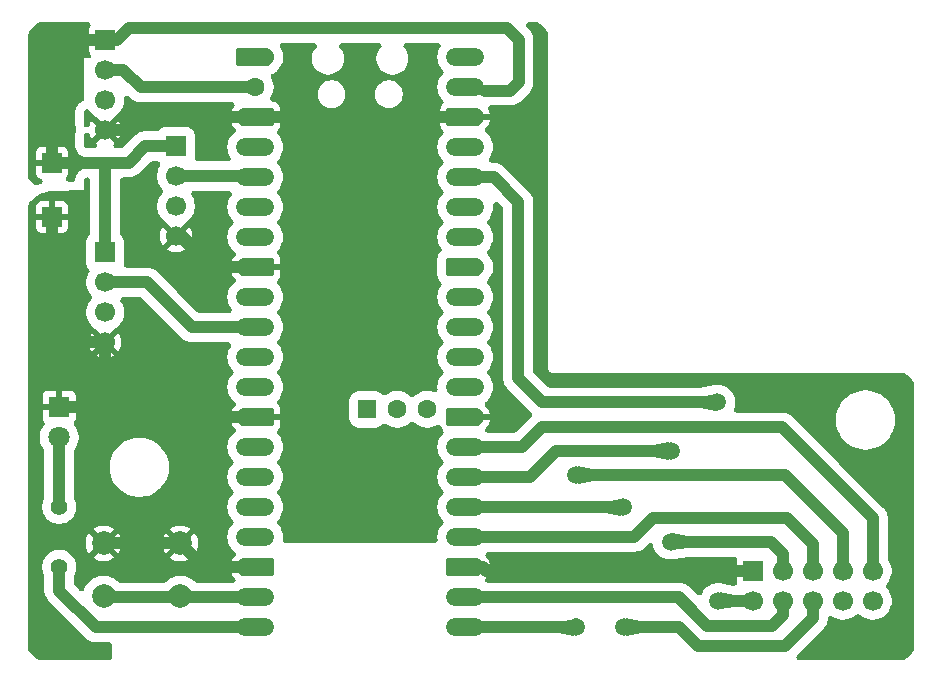
<source format=gbr>
%TF.GenerationSoftware,KiCad,Pcbnew,9.0.2*%
%TF.CreationDate,2025-07-08T09:36:54-03:00*%
%TF.ProjectId,RadProt_IOT,52616450-726f-4745-9f49-4f542e6b6963,rev?*%
%TF.SameCoordinates,Original*%
%TF.FileFunction,Copper,L2,Bot*%
%TF.FilePolarity,Positive*%
%FSLAX46Y46*%
G04 Gerber Fmt 4.6, Leading zero omitted, Abs format (unit mm)*
G04 Created by KiCad (PCBNEW 9.0.2) date 2025-07-08 09:36:54*
%MOMM*%
%LPD*%
G01*
G04 APERTURE LIST*
G04 Aperture macros list*
%AMRoundRect*
0 Rectangle with rounded corners*
0 $1 Rounding radius*
0 $2 $3 $4 $5 $6 $7 $8 $9 X,Y pos of 4 corners*
0 Add a 4 corners polygon primitive as box body*
4,1,4,$2,$3,$4,$5,$6,$7,$8,$9,$2,$3,0*
0 Add four circle primitives for the rounded corners*
1,1,$1+$1,$2,$3*
1,1,$1+$1,$4,$5*
1,1,$1+$1,$6,$7*
1,1,$1+$1,$8,$9*
0 Add four rect primitives between the rounded corners*
20,1,$1+$1,$2,$3,$4,$5,0*
20,1,$1+$1,$4,$5,$6,$7,0*
20,1,$1+$1,$6,$7,$8,$9,0*
20,1,$1+$1,$8,$9,$2,$3,0*%
%AMFreePoly0*
4,1,37,0.800000,0.796148,0.878414,0.796148,1.032228,0.765552,1.177117,0.705537,1.307515,0.618408,1.418408,0.507515,1.505537,0.377117,1.565552,0.232228,1.596148,0.078414,1.596148,-0.078414,1.565552,-0.232228,1.505537,-0.377117,1.418408,-0.507515,1.307515,-0.618408,1.177117,-0.705537,1.032228,-0.765552,0.878414,-0.796148,0.800000,-0.796148,0.800000,-0.800000,-1.400000,-0.800000,
-1.403843,-0.796157,-1.439018,-0.796157,-1.511114,-0.766294,-1.566294,-0.711114,-1.596157,-0.639018,-1.596157,-0.603843,-1.600000,-0.600000,-1.600000,0.600000,-1.596157,0.603843,-1.596157,0.639018,-1.566294,0.711114,-1.511114,0.766294,-1.439018,0.796157,-1.403843,0.796157,-1.400000,0.800000,0.800000,0.800000,0.800000,0.796148,0.800000,0.796148,$1*%
%AMFreePoly1*
4,1,37,1.403843,0.796157,1.439018,0.796157,1.511114,0.766294,1.566294,0.711114,1.596157,0.639018,1.596157,0.603843,1.600000,0.600000,1.600000,-0.600000,1.596157,-0.603843,1.596157,-0.639018,1.566294,-0.711114,1.511114,-0.766294,1.439018,-0.796157,1.403843,-0.796157,1.400000,-0.800000,-0.800000,-0.800000,-0.800000,-0.796148,-0.878414,-0.796148,-1.032228,-0.765552,-1.177117,-0.705537,
-1.307515,-0.618408,-1.418408,-0.507515,-1.505537,-0.377117,-1.565552,-0.232228,-1.596148,-0.078414,-1.596148,0.078414,-1.565552,0.232228,-1.505537,0.377117,-1.418408,0.507515,-1.307515,0.618408,-1.177117,0.705537,-1.032228,0.765552,-0.878414,0.796148,-0.800000,0.796148,-0.800000,0.800000,1.400000,0.800000,1.403843,0.796157,1.403843,0.796157,$1*%
G04 Aperture macros list end*
%TA.AperFunction,ComponentPad*%
%ADD10R,1.700000X1.700000*%
%TD*%
%TA.AperFunction,ComponentPad*%
%ADD11C,1.700000*%
%TD*%
%TA.AperFunction,ComponentPad*%
%ADD12C,2.000000*%
%TD*%
%TA.AperFunction,ComponentPad*%
%ADD13FreePoly0,0.000000*%
%TD*%
%TA.AperFunction,ComponentPad*%
%ADD14C,1.600000*%
%TD*%
%TA.AperFunction,ComponentPad*%
%ADD15FreePoly1,0.000000*%
%TD*%
%TA.AperFunction,ComponentPad*%
%ADD16RoundRect,0.800000X-0.800000X-0.000010X0.800000X-0.000010X0.800000X0.000010X-0.800000X0.000010X0*%
%TD*%
%TA.AperFunction,ComponentPad*%
%ADD17RoundRect,0.200000X-0.600000X-0.600000X0.600000X-0.600000X0.600000X0.600000X-0.600000X0.600000X0*%
%TD*%
%TA.AperFunction,ComponentPad*%
%ADD18C,1.400000*%
%TD*%
%TA.AperFunction,ComponentPad*%
%ADD19R,1.800000X1.800000*%
%TD*%
%TA.AperFunction,ComponentPad*%
%ADD20C,1.800000*%
%TD*%
%TA.AperFunction,ViaPad*%
%ADD21C,1.500000*%
%TD*%
%TA.AperFunction,Conductor*%
%ADD22C,1.000000*%
%TD*%
G04 APERTURE END LIST*
D10*
%TO.P,UART3,1,Pin_1*%
%TO.N,+5V*%
X112000000Y-100000000D03*
D11*
%TO.P,UART3,2,Pin_2*%
%TO.N,/UART3_RX*%
X112000000Y-102540000D03*
%TO.P,UART3,3,Pin_3*%
%TO.N,N/C*%
X112000000Y-105080000D03*
%TO.P,UART3,4,Pin_4*%
%TO.N,GND*%
X112000000Y-107620000D03*
%TD*%
D10*
%TO.P,UART1,1,Pin_1*%
%TO.N,+5V*%
X112000000Y-82000000D03*
D11*
%TO.P,UART1,2,Pin_2*%
%TO.N,/UART0_RX*%
X112000000Y-84540000D03*
%TO.P,UART1,3,Pin_3*%
%TO.N,N/C*%
X112000000Y-87080000D03*
%TO.P,UART1,4,Pin_4*%
%TO.N,GND*%
X112000000Y-89620000D03*
%TD*%
D12*
%TO.P,SW1,1,1*%
%TO.N,GND*%
X111865000Y-124630000D03*
X118365000Y-124630000D03*
%TO.P,SW1,2,2*%
%TO.N,Net-(U1-GPIO14)*%
X111865000Y-129130000D03*
X118365000Y-129130000D03*
%TD*%
D11*
%TO.P,J1,CLKOUT,CLKOUT*%
%TO.N,unconnected-(J6-PadCLKOUT)*%
X177000000Y-129500000D03*
%TO.P,J1,CS,CS*%
%TO.N,Net-(U1-GPIO17)*%
X169380000Y-129500000D03*
D10*
%TO.P,J1,GND,GND*%
%TO.N,GND*%
X166840000Y-126960000D03*
D11*
%TO.P,J1,INT,INT*%
%TO.N,Net-(U1-GPIO21)*%
X177000000Y-126960000D03*
%TO.P,J1,RESET,RESET*%
%TO.N,Net-(U1-GPIO20)*%
X169380000Y-126960000D03*
%TO.P,J1,SCK,SCK*%
%TO.N,Net-(U1-GPIO18)*%
X171920000Y-126960000D03*
%TO.P,J1,SI,SI*%
%TO.N,Net-(U1-GPIO19)*%
X171920000Y-129500000D03*
%TO.P,J1,SO,SO*%
%TO.N,Net-(U1-GPIO16)*%
X174460000Y-126960000D03*
%TO.P,J1,VCC,VCC*%
%TO.N,Net-(U1-3V3)*%
X166840000Y-129500000D03*
%TO.P,J1,WOL,WOL*%
%TO.N,unconnected-(J6-PadWOL)*%
X174460000Y-129500000D03*
%TD*%
D10*
%TO.P,+5v,1,Pin_1*%
%TO.N,+5V*%
X107500000Y-92410000D03*
%TD*%
D13*
%TO.P,U1,1,GPIO0*%
%TO.N,/UART0_TX*%
X124710000Y-83460000D03*
D14*
%TO.P,U1,2,GPIO1*%
%TO.N,/UART0_RX*%
X124710000Y-86000000D03*
D15*
%TO.P,U1,3,GND*%
%TO.N,GND*%
X124710000Y-88540000D03*
D16*
%TO.P,U1,4,GPIO2*%
%TO.N,/UART2_TX*%
X124710000Y-91080000D03*
%TO.P,U1,5,GPIO3*%
%TO.N,/UART2_RX*%
X124710000Y-93620000D03*
%TO.P,U1,6,GPIO4*%
%TO.N,/UART1_TX*%
X124710000Y-96160000D03*
%TO.P,U1,7,GPIO5*%
%TO.N,/UART1_RX*%
X124710000Y-98700000D03*
D15*
%TO.P,U1,8,GND*%
%TO.N,GND*%
X124710000Y-101240000D03*
D16*
%TO.P,U1,9,GPIO6*%
%TO.N,/UART3_TX*%
X124710000Y-103780000D03*
%TO.P,U1,10,GPIO7*%
%TO.N,/UART3_RX*%
X124710000Y-106320000D03*
%TO.P,U1,11,GPIO8*%
%TO.N,unconnected-(U1-GPIO8-Pad11)*%
X124710000Y-108860000D03*
%TO.P,U1,12,GPIO9*%
%TO.N,unconnected-(U1-GPIO9-Pad12)*%
X124710000Y-111400000D03*
D15*
%TO.P,U1,13,GND*%
%TO.N,GND*%
X124710000Y-113940000D03*
D16*
%TO.P,U1,14,GPIO10*%
%TO.N,unconnected-(U1-GPIO10-Pad14)*%
X124710000Y-116480000D03*
%TO.P,U1,15,GPIO11*%
%TO.N,unconnected-(U1-GPIO11-Pad15)*%
X124710000Y-119020000D03*
%TO.P,U1,16,GPIO12*%
%TO.N,unconnected-(U1-GPIO12-Pad16)*%
X124710000Y-121560000D03*
%TO.P,U1,17,GPIO13*%
%TO.N,unconnected-(U1-GPIO13-Pad17)*%
X124710000Y-124100000D03*
D15*
%TO.P,U1,18,GND*%
%TO.N,GND*%
X124710000Y-126640000D03*
D16*
%TO.P,U1,19,GPIO14*%
%TO.N,Net-(U1-GPIO14)*%
X124710000Y-129180000D03*
%TO.P,U1,20,GPIO15*%
%TO.N,Net-(U1-GPIO15)*%
X124710000Y-131720000D03*
%TO.P,U1,21,GPIO16*%
%TO.N,Net-(U1-GPIO16)*%
X142490000Y-131720000D03*
%TO.P,U1,22,GPIO17*%
%TO.N,Net-(U1-GPIO17)*%
X142490000Y-129180000D03*
D13*
%TO.P,U1,23,GND*%
%TO.N,GND*%
X142490000Y-126640000D03*
D16*
%TO.P,U1,24,GPIO18*%
%TO.N,Net-(U1-GPIO18)*%
X142490000Y-124100000D03*
%TO.P,U1,25,GPIO19*%
%TO.N,Net-(U1-GPIO19)*%
X142490000Y-121560000D03*
%TO.P,U1,26,GPIO20*%
%TO.N,Net-(U1-GPIO20)*%
X142490000Y-119020000D03*
%TO.P,U1,27,GPIO21*%
%TO.N,Net-(U1-GPIO21)*%
X142490000Y-116480000D03*
D13*
%TO.P,U1,28,GND*%
%TO.N,GND*%
X142490000Y-113940000D03*
D16*
%TO.P,U1,29,GPIO22*%
%TO.N,unconnected-(U1-GPIO22-Pad29)*%
X142490000Y-111400000D03*
%TO.P,U1,30,RUN*%
%TO.N,unconnected-(U1-RUN-Pad30)*%
X142490000Y-108860000D03*
%TO.P,U1,31,GPIO26_ADC0*%
%TO.N,unconnected-(U1-GPIO26_ADC0-Pad31)*%
X142490000Y-106320000D03*
%TO.P,U1,32,GPIO27_ADC1*%
%TO.N,unconnected-(U1-GPIO27_ADC1-Pad32)*%
X142490000Y-103780000D03*
D13*
%TO.P,U1,33,AGND*%
%TO.N,unconnected-(U1-AGND-Pad33)*%
X142490000Y-101240000D03*
D16*
%TO.P,U1,34,GPIO28_ADC2*%
%TO.N,unconnected-(U1-GPIO28_ADC2-Pad34)*%
X142490000Y-98700000D03*
%TO.P,U1,35,ADC_VREF*%
%TO.N,unconnected-(U1-ADC_VREF-Pad35)*%
X142490000Y-96160000D03*
%TO.P,U1,36,3V3*%
%TO.N,Net-(U1-3V3)*%
X142490000Y-93620000D03*
%TO.P,U1,37,3V3_EN*%
%TO.N,unconnected-(U1-3V3_EN-Pad37)*%
X142490000Y-91080000D03*
D13*
%TO.P,U1,38,GND*%
%TO.N,GND*%
X142490000Y-88540000D03*
D16*
%TO.P,U1,39,VSYS*%
%TO.N,+5V*%
X142490000Y-86000000D03*
%TO.P,U1,40,VBUS*%
%TO.N,unconnected-(U1-VBUS-Pad40)*%
X142490000Y-83460000D03*
D17*
%TO.P,U1,D1*%
%TO.N,N/C*%
X134184100Y-113290000D03*
D14*
%TO.P,U1,D2*%
X136724100Y-113290000D03*
%TO.P,U1,D3*%
X139264100Y-113290000D03*
%TD*%
D10*
%TO.P,UART2,1,Pin_1*%
%TO.N,+5V*%
X118000000Y-91000000D03*
D11*
%TO.P,UART2,2,Pin_2*%
%TO.N,/UART2_RX*%
X118000000Y-93540000D03*
%TO.P,UART2,3,Pin_3*%
%TO.N,N/C*%
X118000000Y-96080000D03*
%TO.P,UART2,4,Pin_4*%
%TO.N,GND*%
X118000000Y-98620000D03*
%TD*%
D18*
%TO.P,R1,1*%
%TO.N,Net-(U1-GPIO15)*%
X108115000Y-126610000D03*
%TO.P,R1,2*%
%TO.N,Net-(D1-A)*%
X108115000Y-121530000D03*
%TD*%
D10*
%TO.P,GND,1,Pin_1*%
%TO.N,GND*%
X107500000Y-97000000D03*
%TD*%
D19*
%TO.P,D1,1,K*%
%TO.N,GND*%
X108115000Y-113100000D03*
D20*
%TO.P,D1,2,A*%
%TO.N,Net-(D1-A)*%
X108115000Y-115640000D03*
%TD*%
D21*
%TO.N,Net-(U1-3V3)*%
X163880000Y-129500000D03*
X163840000Y-112710000D03*
%TO.N,Net-(U1-GPIO19)*%
X155920000Y-131730000D03*
X155830000Y-121600000D03*
%TO.N,Net-(U1-GPIO20)*%
X159880000Y-116820000D03*
X159880000Y-124500000D03*
%TO.N,Net-(U1-GPIO16)*%
X151870000Y-131740000D03*
X151865000Y-118840000D03*
%TD*%
D22*
%TO.N,/UART3_RX*%
X119360000Y-106360000D02*
X123920000Y-106360000D01*
X115540000Y-102540000D02*
X119360000Y-106360000D01*
X112000000Y-102540000D02*
X115540000Y-102540000D01*
%TO.N,GND*%
X114976288Y-88580000D02*
X123920000Y-88580000D01*
X118365000Y-124630000D02*
X118375000Y-124630000D01*
X111865000Y-124630000D02*
X118365000Y-124630000D01*
X118500000Y-98620000D02*
X121160000Y-101280000D01*
X112000000Y-89620000D02*
X113936288Y-89620000D01*
X110620000Y-107620000D02*
X112000000Y-107620000D01*
X144280000Y-126960000D02*
X144000000Y-126680000D01*
X118375000Y-124630000D02*
X120425000Y-126680000D01*
X114480000Y-113980000D02*
X123920000Y-113980000D01*
X144000000Y-126680000D02*
X143300000Y-126680000D01*
X123920000Y-88580000D02*
X143300000Y-88580000D01*
X166840000Y-126960000D02*
X144280000Y-126960000D01*
X110400000Y-113100000D02*
X112000000Y-111500000D01*
X107500000Y-97000000D02*
X107500000Y-104500000D01*
X112000000Y-111500000D02*
X114480000Y-113980000D01*
X107500000Y-104500000D02*
X110620000Y-107620000D01*
X108115000Y-113100000D02*
X110400000Y-113100000D01*
X112000000Y-107620000D02*
X112000000Y-111500000D01*
X113936288Y-89620000D02*
X114976288Y-88580000D01*
X121160000Y-101280000D02*
X123920000Y-101280000D01*
X119960000Y-126680000D02*
X123920000Y-126680000D01*
X166560000Y-126680000D02*
X166840000Y-126960000D01*
%TO.N,/UART0_RX*%
X113540000Y-84540000D02*
X115040000Y-86040000D01*
X112000000Y-84540000D02*
X113540000Y-84540000D01*
X115040000Y-86040000D02*
X123920000Y-86040000D01*
%TO.N,/UART2_RX*%
X123800000Y-93540000D02*
X123920000Y-93660000D01*
X118000000Y-93540000D02*
X123800000Y-93540000D01*
%TO.N,+5V*%
X107500000Y-92410000D02*
X114000000Y-92410000D01*
X112000000Y-82000000D02*
X113001000Y-82000000D01*
X107500000Y-92410000D02*
X107500000Y-84650000D01*
X115410000Y-91000000D02*
X114000000Y-92410000D01*
X118000000Y-91000000D02*
X115410000Y-91000000D01*
X146295000Y-86295000D02*
X144185000Y-86295000D01*
X147000000Y-82000000D02*
X147000000Y-85590000D01*
X146001000Y-81001000D02*
X147000000Y-82000000D01*
X107500000Y-84650000D02*
X110150000Y-82000000D01*
X114000000Y-81001000D02*
X146001000Y-81001000D01*
X147000000Y-85590000D02*
X146295000Y-86295000D01*
X110150000Y-82000000D02*
X112000000Y-82000000D01*
X112000000Y-100000000D02*
X112000000Y-92410000D01*
X113001000Y-82000000D02*
X114000000Y-81001000D01*
%TO.N,Net-(D1-A)*%
X108115000Y-115640000D02*
X108115000Y-121530000D01*
%TO.N,Net-(U1-3V3)*%
X163840000Y-112710000D02*
X149010000Y-112710000D01*
X146970000Y-95720000D02*
X144910000Y-93660000D01*
X163880000Y-129500000D02*
X166840000Y-129500000D01*
X144910000Y-93660000D02*
X143300000Y-93660000D01*
X146970000Y-110670000D02*
X146970000Y-95720000D01*
X149010000Y-112710000D02*
X146970000Y-110670000D01*
%TO.N,Net-(U1-GPIO21)*%
X169319000Y-114819000D02*
X177000000Y-122500000D01*
X177000000Y-126960000D02*
X177000000Y-122500000D01*
X143300000Y-116520000D02*
X147253712Y-116520000D01*
X148954712Y-114819000D02*
X169319000Y-114819000D01*
X147253712Y-116520000D02*
X148954712Y-114819000D01*
%TO.N,Net-(U1-GPIO19)*%
X162232041Y-133352041D02*
X169559881Y-133352041D01*
X154810000Y-121600000D02*
X155830000Y-121600000D01*
X155920000Y-131730000D02*
X160610000Y-131730000D01*
X143300000Y-121600000D02*
X154810000Y-121600000D01*
X169559881Y-133352041D02*
X171920000Y-130991922D01*
X160610000Y-131730000D02*
X162232041Y-133352041D01*
X171920000Y-130991922D02*
X171920000Y-129500000D01*
%TO.N,Net-(U1-GPIO20)*%
X168489000Y-124609000D02*
X169380000Y-125500000D01*
X150210000Y-116820000D02*
X159920000Y-116820000D01*
X147970000Y-119060000D02*
X150210000Y-116820000D01*
X143300000Y-119060000D02*
X147970000Y-119060000D01*
X169380000Y-125500000D02*
X168380000Y-124500000D01*
X168380000Y-124500000D02*
X159880000Y-124500000D01*
X169380000Y-126960000D02*
X169380000Y-125500000D01*
%TO.N,Net-(U1-GPIO17)*%
X162957329Y-131601041D02*
X160576288Y-129220000D01*
X169380000Y-130702081D02*
X169380000Y-129500000D01*
X160576288Y-129220000D02*
X143300000Y-129220000D01*
X168481040Y-131601041D02*
X169380000Y-130702081D01*
X162957329Y-131601041D02*
X168481040Y-131601041D01*
X162957329Y-131601041D02*
X160756288Y-129400000D01*
%TO.N,Net-(U1-GPIO16)*%
X151866000Y-118839000D02*
X151865000Y-118840000D01*
X174460000Y-123750158D02*
X169549842Y-118840000D01*
X169549842Y-118840000D02*
X151865000Y-118840000D01*
X151620000Y-131760000D02*
X151880000Y-131500000D01*
X174460000Y-126960000D02*
X174460000Y-123750158D01*
X143300000Y-131760000D02*
X151620000Y-131760000D01*
%TO.N,Net-(U1-GPIO18)*%
X158380000Y-122500000D02*
X169720000Y-122500000D01*
X142490000Y-124100000D02*
X156780000Y-124100000D01*
X157445000Y-123435000D02*
X158380000Y-122500000D01*
X171920000Y-124700000D02*
X171920000Y-126960000D01*
X156780000Y-124100000D02*
X157445000Y-123435000D01*
X169720000Y-122500000D02*
X171920000Y-124700000D01*
X143300000Y-124140000D02*
X143460496Y-124300496D01*
%TO.N,Net-(U1-GPIO15)*%
X111235000Y-131760000D02*
X123920000Y-131760000D01*
X108115000Y-128640000D02*
X111235000Y-131760000D01*
X108115000Y-126610000D02*
X108115000Y-128640000D01*
%TO.N,Net-(U1-GPIO14)*%
X123920000Y-129220000D02*
X111490000Y-129220000D01*
%TD*%
%TA.AperFunction,Conductor*%
%TO.N,GND*%
G36*
X110595788Y-93679454D02*
G01*
X110676570Y-93733430D01*
X110730546Y-93814212D01*
X110749500Y-93909500D01*
X110749500Y-98385992D01*
X110730546Y-98481280D01*
X110676570Y-98562061D01*
X110557288Y-98681343D01*
X110465184Y-98830668D01*
X110410002Y-98997197D01*
X110410001Y-98997204D01*
X110399500Y-99099988D01*
X110399500Y-100900006D01*
X110410001Y-101002800D01*
X110465185Y-101169332D01*
X110465186Y-101169334D01*
X110494321Y-101216570D01*
X110539304Y-101289500D01*
X110557288Y-101318656D01*
X110610640Y-101372008D01*
X110664614Y-101452787D01*
X110683568Y-101548075D01*
X110664614Y-101643363D01*
X110636016Y-101694430D01*
X110631132Y-101701151D01*
X110516757Y-101925625D01*
X110438909Y-102165217D01*
X110399500Y-102414028D01*
X110399500Y-102665971D01*
X110438909Y-102914782D01*
X110438910Y-102914785D01*
X110516759Y-103154379D01*
X110631130Y-103378845D01*
X110779207Y-103582656D01*
X110830484Y-103633933D01*
X110884458Y-103714712D01*
X110903412Y-103810000D01*
X110884458Y-103905288D01*
X110830484Y-103986066D01*
X110779207Y-104037344D01*
X110779204Y-104037347D01*
X110631134Y-104241148D01*
X110631131Y-104241153D01*
X110631130Y-104241155D01*
X110630303Y-104242779D01*
X110516757Y-104465625D01*
X110438909Y-104705217D01*
X110399500Y-104954028D01*
X110399500Y-105205971D01*
X110438909Y-105454782D01*
X110438910Y-105454785D01*
X110516759Y-105694379D01*
X110631130Y-105918845D01*
X110779207Y-106122656D01*
X110957344Y-106300793D01*
X111161155Y-106448870D01*
X111177869Y-106457386D01*
X111191073Y-106466411D01*
X111199253Y-106474765D01*
X111232401Y-106498849D01*
X111870590Y-107137037D01*
X111807007Y-107154075D01*
X111692993Y-107219901D01*
X111599901Y-107312993D01*
X111534075Y-107427007D01*
X111517037Y-107490590D01*
X110890907Y-106864460D01*
X110883779Y-106859588D01*
X110845380Y-106912441D01*
X110845372Y-106912454D01*
X110748908Y-107101774D01*
X110748904Y-107101784D01*
X110683241Y-107303876D01*
X110650000Y-107513743D01*
X110650000Y-107726256D01*
X110683241Y-107936123D01*
X110748904Y-108138215D01*
X110748908Y-108138225D01*
X110845371Y-108327545D01*
X110845375Y-108327551D01*
X110884729Y-108381717D01*
X111517037Y-107749408D01*
X111534075Y-107812993D01*
X111599901Y-107927007D01*
X111692993Y-108020099D01*
X111807007Y-108085925D01*
X111870589Y-108102962D01*
X111238282Y-108735269D01*
X111238282Y-108735270D01*
X111292448Y-108774624D01*
X111481774Y-108871091D01*
X111481784Y-108871095D01*
X111683876Y-108936758D01*
X111893743Y-108969999D01*
X111893756Y-108970000D01*
X112106244Y-108970000D01*
X112106256Y-108969999D01*
X112316123Y-108936758D01*
X112518215Y-108871095D01*
X112518224Y-108871091D01*
X112707551Y-108774624D01*
X112761716Y-108735270D01*
X112129408Y-108102962D01*
X112192993Y-108085925D01*
X112307007Y-108020099D01*
X112400099Y-107927007D01*
X112465925Y-107812993D01*
X112482962Y-107749408D01*
X113115270Y-108381716D01*
X113154624Y-108327551D01*
X113251091Y-108138224D01*
X113251095Y-108138215D01*
X113316758Y-107936123D01*
X113349999Y-107726256D01*
X113350000Y-107726244D01*
X113350000Y-107513755D01*
X113349999Y-107513743D01*
X113316758Y-107303876D01*
X113251095Y-107101784D01*
X113251091Y-107101774D01*
X113154624Y-106912448D01*
X113115270Y-106858282D01*
X113115268Y-106858282D01*
X112482962Y-107490589D01*
X112465925Y-107427007D01*
X112400099Y-107312993D01*
X112307007Y-107219901D01*
X112192993Y-107154075D01*
X112129407Y-107137037D01*
X112767593Y-106498852D01*
X112830615Y-106453063D01*
X112836384Y-106450123D01*
X112866307Y-106441683D01*
X112888114Y-106414022D01*
X112903448Y-106401932D01*
X113042656Y-106300793D01*
X113220793Y-106122656D01*
X113368870Y-105918845D01*
X113483241Y-105694379D01*
X113561090Y-105454785D01*
X113581881Y-105323513D01*
X113600499Y-105205971D01*
X113600500Y-105205959D01*
X113600500Y-104954040D01*
X113600499Y-104954028D01*
X113561090Y-104705217D01*
X113561090Y-104705215D01*
X113483241Y-104465621D01*
X113368870Y-104241155D01*
X113368866Y-104241150D01*
X113368865Y-104241147D01*
X113328696Y-104185860D01*
X113288020Y-104097629D01*
X113284205Y-104000549D01*
X113317832Y-103909399D01*
X113383780Y-103838056D01*
X113472011Y-103797380D01*
X113530140Y-103790500D01*
X114918886Y-103790500D01*
X115014174Y-103809454D01*
X115094956Y-103863430D01*
X118545354Y-107313828D01*
X118704595Y-107429524D01*
X118879974Y-107518884D01*
X118944067Y-107539709D01*
X119067174Y-107579709D01*
X119261583Y-107610500D01*
X119261584Y-107610500D01*
X119458417Y-107610500D01*
X122412066Y-107610500D01*
X122507354Y-107629454D01*
X122588136Y-107683430D01*
X122642112Y-107764212D01*
X122661066Y-107859500D01*
X122642112Y-107954788D01*
X122625155Y-107988317D01*
X122518356Y-108164982D01*
X122424890Y-108397220D01*
X122424886Y-108397233D01*
X122369886Y-108641436D01*
X122359500Y-108788547D01*
X122359500Y-108931452D01*
X122369886Y-109078563D01*
X122424886Y-109322766D01*
X122424890Y-109322779D01*
X122518355Y-109555014D01*
X122647867Y-109769253D01*
X122816565Y-109967579D01*
X122814405Y-109969415D01*
X122858035Y-110034712D01*
X122876989Y-110130000D01*
X122858035Y-110225288D01*
X122814405Y-110290584D01*
X122816565Y-110292421D01*
X122647867Y-110490746D01*
X122518355Y-110704985D01*
X122424890Y-110937220D01*
X122424886Y-110937233D01*
X122369886Y-111181436D01*
X122359500Y-111328547D01*
X122359500Y-111471452D01*
X122369886Y-111618563D01*
X122424886Y-111862766D01*
X122424890Y-111862779D01*
X122518355Y-112095014D01*
X122647867Y-112309253D01*
X122810057Y-112499928D01*
X122810064Y-112499936D01*
X122810070Y-112499941D01*
X122810071Y-112499942D01*
X122979725Y-112644251D01*
X123040027Y-112720427D01*
X123066587Y-112813881D01*
X123055361Y-112910386D01*
X123008060Y-112995248D01*
X122994465Y-113009985D01*
X122931517Y-113072933D01*
X122931498Y-113072954D01*
X122868713Y-113149458D01*
X122781157Y-113280494D01*
X122734484Y-113367814D01*
X122674187Y-113513385D01*
X122674179Y-113513406D01*
X122645447Y-113608122D01*
X122629161Y-113690000D01*
X124276988Y-113690000D01*
X124244075Y-113747007D01*
X124210000Y-113874174D01*
X124210000Y-114005826D01*
X124244075Y-114132993D01*
X124276988Y-114190000D01*
X122629161Y-114190000D01*
X122645447Y-114271877D01*
X122674179Y-114366593D01*
X122674187Y-114366614D01*
X122734484Y-114512185D01*
X122781157Y-114599505D01*
X122868713Y-114730541D01*
X122931498Y-114807045D01*
X122931507Y-114807055D01*
X122994464Y-114870012D01*
X123048440Y-114950794D01*
X123067394Y-115046082D01*
X123048440Y-115141370D01*
X122994464Y-115222152D01*
X122979726Y-115235748D01*
X122810066Y-115380062D01*
X122810057Y-115380071D01*
X122647867Y-115570746D01*
X122518355Y-115784985D01*
X122424890Y-116017220D01*
X122424886Y-116017233D01*
X122369886Y-116261436D01*
X122359500Y-116408547D01*
X122359500Y-116551452D01*
X122369886Y-116698563D01*
X122424886Y-116942766D01*
X122424890Y-116942779D01*
X122518355Y-117175014D01*
X122647867Y-117389253D01*
X122816565Y-117587579D01*
X122814405Y-117589415D01*
X122858035Y-117654712D01*
X122876989Y-117750000D01*
X122858035Y-117845288D01*
X122814405Y-117910584D01*
X122816565Y-117912421D01*
X122647867Y-118110746D01*
X122518355Y-118324985D01*
X122424890Y-118557220D01*
X122424886Y-118557233D01*
X122369886Y-118801436D01*
X122359500Y-118948547D01*
X122359500Y-119091452D01*
X122369886Y-119238563D01*
X122424886Y-119482766D01*
X122424890Y-119482779D01*
X122518355Y-119715014D01*
X122647867Y-119929253D01*
X122816565Y-120127579D01*
X122814405Y-120129415D01*
X122858035Y-120194712D01*
X122876989Y-120290000D01*
X122858035Y-120385288D01*
X122814405Y-120450584D01*
X122816565Y-120452421D01*
X122647867Y-120650746D01*
X122518355Y-120864985D01*
X122424890Y-121097220D01*
X122424886Y-121097233D01*
X122369886Y-121341436D01*
X122359500Y-121488547D01*
X122359500Y-121631452D01*
X122369886Y-121778563D01*
X122424886Y-122022766D01*
X122424890Y-122022779D01*
X122518355Y-122255014D01*
X122647867Y-122469253D01*
X122816565Y-122667579D01*
X122814405Y-122669415D01*
X122858035Y-122734712D01*
X122876989Y-122830000D01*
X122858035Y-122925288D01*
X122814405Y-122990584D01*
X122816565Y-122992421D01*
X122647867Y-123190746D01*
X122518355Y-123404985D01*
X122424890Y-123637220D01*
X122424886Y-123637233D01*
X122369886Y-123881436D01*
X122359500Y-124028547D01*
X122359500Y-124171452D01*
X122369886Y-124318563D01*
X122424886Y-124562766D01*
X122424890Y-124562779D01*
X122518355Y-124795014D01*
X122647867Y-125009253D01*
X122784195Y-125169524D01*
X122810064Y-125199936D01*
X122810070Y-125199941D01*
X122810071Y-125199942D01*
X122979725Y-125344251D01*
X123040027Y-125420427D01*
X123066587Y-125513881D01*
X123055361Y-125610386D01*
X123008060Y-125695248D01*
X122994465Y-125709985D01*
X122931517Y-125772933D01*
X122931498Y-125772954D01*
X122868713Y-125849458D01*
X122781157Y-125980494D01*
X122734484Y-126067814D01*
X122674187Y-126213385D01*
X122674179Y-126213406D01*
X122645447Y-126308122D01*
X122629161Y-126390000D01*
X124276988Y-126390000D01*
X124244075Y-126447007D01*
X124210000Y-126574174D01*
X124210000Y-126705826D01*
X124244075Y-126832993D01*
X124276988Y-126890000D01*
X122629161Y-126890000D01*
X122645447Y-126971877D01*
X122674179Y-127066593D01*
X122674187Y-127066614D01*
X122734484Y-127212185D01*
X122781157Y-127299505D01*
X122868713Y-127430541D01*
X122931498Y-127507045D01*
X122931507Y-127507055D01*
X122968882Y-127544430D01*
X123022858Y-127625212D01*
X123041812Y-127720500D01*
X123022858Y-127815788D01*
X122968882Y-127896570D01*
X122888100Y-127950546D01*
X122792812Y-127969500D01*
X119783220Y-127969500D01*
X119687932Y-127950546D01*
X119607151Y-127896571D01*
X119568412Y-127857832D01*
X119521661Y-127811081D01*
X119521656Y-127811077D01*
X119521655Y-127811076D01*
X119339621Y-127671396D01*
X119339622Y-127671396D01*
X119339612Y-127671389D01*
X119339602Y-127671383D01*
X119140893Y-127556658D01*
X119140882Y-127556653D01*
X118928885Y-127468841D01*
X118785944Y-127430541D01*
X118707238Y-127409452D01*
X118707235Y-127409451D01*
X118707236Y-127409451D01*
X118479734Y-127379500D01*
X118250266Y-127379500D01*
X118022765Y-127409451D01*
X117801114Y-127468841D01*
X117589117Y-127556653D01*
X117589106Y-127556658D01*
X117390397Y-127671383D01*
X117390378Y-127671396D01*
X117208344Y-127811076D01*
X117122849Y-127896571D01*
X117042067Y-127950547D01*
X116946780Y-127969500D01*
X113283220Y-127969500D01*
X113187932Y-127950546D01*
X113107151Y-127896571D01*
X113068412Y-127857832D01*
X113021661Y-127811081D01*
X113021656Y-127811077D01*
X113021655Y-127811076D01*
X112839621Y-127671396D01*
X112839622Y-127671396D01*
X112839612Y-127671389D01*
X112839602Y-127671383D01*
X112640893Y-127556658D01*
X112640882Y-127556653D01*
X112428885Y-127468841D01*
X112285944Y-127430541D01*
X112207238Y-127409452D01*
X112207235Y-127409451D01*
X112207236Y-127409451D01*
X111979734Y-127379500D01*
X111750266Y-127379500D01*
X111522765Y-127409451D01*
X111301114Y-127468841D01*
X111089117Y-127556653D01*
X111089106Y-127556658D01*
X110890397Y-127671383D01*
X110890378Y-127671396D01*
X110708344Y-127811076D01*
X110546076Y-127973344D01*
X110406396Y-128155378D01*
X110406383Y-128155397D01*
X110291658Y-128354106D01*
X110291655Y-128354112D01*
X110230976Y-128500605D01*
X110176999Y-128581386D01*
X110096217Y-128635362D01*
X110000929Y-128654316D01*
X109905641Y-128635362D01*
X109824860Y-128581386D01*
X109438430Y-128194956D01*
X109384454Y-128114174D01*
X109365500Y-128018886D01*
X109365500Y-127410536D01*
X109384454Y-127315248D01*
X109392639Y-127297492D01*
X109408172Y-127267007D01*
X109459231Y-127166799D01*
X109529784Y-126949660D01*
X109565500Y-126724157D01*
X109565500Y-126495843D01*
X109529784Y-126270340D01*
X109459231Y-126053201D01*
X109355579Y-125849772D01*
X109221379Y-125665063D01*
X109059937Y-125503621D01*
X108875228Y-125369421D01*
X108875224Y-125369419D01*
X108875224Y-125369418D01*
X108671799Y-125265769D01*
X108671794Y-125265767D01*
X108551048Y-125226534D01*
X108454660Y-125195216D01*
X108454658Y-125195215D01*
X108454656Y-125195215D01*
X108229168Y-125159501D01*
X108229159Y-125159500D01*
X108229157Y-125159500D01*
X108000843Y-125159500D01*
X108000840Y-125159500D01*
X108000831Y-125159501D01*
X107775343Y-125195215D01*
X107558205Y-125265767D01*
X107558200Y-125265769D01*
X107354775Y-125369418D01*
X107354774Y-125369419D01*
X107354772Y-125369421D01*
X107284569Y-125420427D01*
X107170065Y-125503619D01*
X107008619Y-125665065D01*
X106987024Y-125694788D01*
X106874650Y-125849458D01*
X106874420Y-125849774D01*
X106874418Y-125849775D01*
X106770769Y-126053200D01*
X106770767Y-126053205D01*
X106700215Y-126270343D01*
X106664501Y-126495831D01*
X106664500Y-126495847D01*
X106664500Y-126724152D01*
X106664501Y-126724168D01*
X106700215Y-126949656D01*
X106700216Y-126949660D01*
X106770769Y-127166799D01*
X106821828Y-127267007D01*
X106837361Y-127297492D01*
X106863732Y-127391000D01*
X106864500Y-127410536D01*
X106864500Y-128738412D01*
X106864501Y-128738428D01*
X106895290Y-128932823D01*
X106931982Y-129045751D01*
X106956116Y-129120026D01*
X107045476Y-129295405D01*
X107161172Y-129454646D01*
X108731511Y-131024985D01*
X110281171Y-132574645D01*
X110281172Y-132574646D01*
X110281171Y-132574646D01*
X110414036Y-132707510D01*
X110420354Y-132713828D01*
X110579595Y-132829524D01*
X110754975Y-132918884D01*
X110754978Y-132918885D01*
X110754985Y-132918888D01*
X110880547Y-132959685D01*
X110880549Y-132959686D01*
X110901091Y-132966360D01*
X110942173Y-132979709D01*
X110942175Y-132979709D01*
X110942177Y-132979710D01*
X111066840Y-132999454D01*
X111136583Y-133010500D01*
X111333416Y-133010500D01*
X112351000Y-133010500D01*
X112446288Y-133029454D01*
X112527070Y-133083430D01*
X112581046Y-133164212D01*
X112600000Y-133259500D01*
X112600000Y-134250500D01*
X112581046Y-134345788D01*
X112527070Y-134426570D01*
X112446288Y-134480546D01*
X112351000Y-134499500D01*
X106427437Y-134499500D01*
X106399971Y-134494036D01*
X106371982Y-134493246D01*
X106352782Y-134484650D01*
X106332149Y-134480546D01*
X106283309Y-134453547D01*
X106245304Y-134426570D01*
X106141924Y-134353187D01*
X106120103Y-134335778D01*
X106005084Y-134232943D01*
X105890071Y-134130113D01*
X105870326Y-134110358D01*
X105789731Y-134020124D01*
X105664779Y-133880227D01*
X105647382Y-133858400D01*
X105585482Y-133771105D01*
X105546381Y-133715961D01*
X105506726Y-133627267D01*
X105500500Y-133571934D01*
X105500500Y-124511951D01*
X110365000Y-124511951D01*
X110365000Y-124748048D01*
X110365001Y-124748063D01*
X110401934Y-124981247D01*
X110474893Y-125205795D01*
X110582088Y-125416176D01*
X110642339Y-125499105D01*
X111341211Y-124800232D01*
X111352482Y-124842292D01*
X111424890Y-124967708D01*
X111527292Y-125070110D01*
X111652708Y-125142518D01*
X111694764Y-125153787D01*
X110995893Y-125852659D01*
X111078823Y-125912911D01*
X111289204Y-126020106D01*
X111513752Y-126093065D01*
X111746936Y-126129998D01*
X111746951Y-126130000D01*
X111983049Y-126130000D01*
X111983063Y-126129998D01*
X112216247Y-126093065D01*
X112440795Y-126020106D01*
X112651177Y-125912910D01*
X112734105Y-125852659D01*
X112035233Y-125153787D01*
X112077292Y-125142518D01*
X112202708Y-125070110D01*
X112305110Y-124967708D01*
X112377518Y-124842292D01*
X112388787Y-124800233D01*
X113087659Y-125499105D01*
X113147910Y-125416177D01*
X113255106Y-125205795D01*
X113328065Y-124981247D01*
X113364998Y-124748063D01*
X113365000Y-124748048D01*
X113365000Y-124511951D01*
X116865000Y-124511951D01*
X116865000Y-124748048D01*
X116865001Y-124748063D01*
X116901934Y-124981247D01*
X116974893Y-125205795D01*
X117082088Y-125416176D01*
X117142339Y-125499105D01*
X117841211Y-124800232D01*
X117852482Y-124842292D01*
X117924890Y-124967708D01*
X118027292Y-125070110D01*
X118152708Y-125142518D01*
X118194764Y-125153787D01*
X117495893Y-125852659D01*
X117578823Y-125912911D01*
X117789204Y-126020106D01*
X118013752Y-126093065D01*
X118246936Y-126129998D01*
X118246951Y-126130000D01*
X118483049Y-126130000D01*
X118483063Y-126129998D01*
X118716247Y-126093065D01*
X118940795Y-126020106D01*
X119151177Y-125912910D01*
X119234105Y-125852659D01*
X118535233Y-125153787D01*
X118577292Y-125142518D01*
X118702708Y-125070110D01*
X118805110Y-124967708D01*
X118877518Y-124842292D01*
X118888787Y-124800233D01*
X119587659Y-125499105D01*
X119647910Y-125416177D01*
X119755106Y-125205795D01*
X119828065Y-124981247D01*
X119864998Y-124748063D01*
X119865000Y-124748048D01*
X119865000Y-124511951D01*
X119864998Y-124511936D01*
X119828065Y-124278752D01*
X119755106Y-124054204D01*
X119647911Y-123843823D01*
X119587659Y-123760893D01*
X118888787Y-124459764D01*
X118877518Y-124417708D01*
X118805110Y-124292292D01*
X118702708Y-124189890D01*
X118577292Y-124117482D01*
X118535232Y-124106211D01*
X119234105Y-123407339D01*
X119151176Y-123347088D01*
X118940795Y-123239893D01*
X118716247Y-123166934D01*
X118483063Y-123130001D01*
X118483049Y-123130000D01*
X118246951Y-123130000D01*
X118246936Y-123130001D01*
X118013752Y-123166934D01*
X117789204Y-123239894D01*
X117789199Y-123239896D01*
X117578833Y-123347082D01*
X117495894Y-123407340D01*
X118194766Y-124106212D01*
X118152708Y-124117482D01*
X118027292Y-124189890D01*
X117924890Y-124292292D01*
X117852482Y-124417708D01*
X117841212Y-124459766D01*
X117142340Y-123760894D01*
X117082082Y-123843833D01*
X116974896Y-124054199D01*
X116974894Y-124054204D01*
X116901934Y-124278752D01*
X116865001Y-124511936D01*
X116865000Y-124511951D01*
X113365000Y-124511951D01*
X113364998Y-124511936D01*
X113328065Y-124278752D01*
X113255106Y-124054204D01*
X113147911Y-123843823D01*
X113087659Y-123760893D01*
X112388787Y-124459764D01*
X112377518Y-124417708D01*
X112305110Y-124292292D01*
X112202708Y-124189890D01*
X112077292Y-124117482D01*
X112035232Y-124106211D01*
X112734105Y-123407339D01*
X112651176Y-123347088D01*
X112440795Y-123239893D01*
X112216247Y-123166934D01*
X111983063Y-123130001D01*
X111983049Y-123130000D01*
X111746951Y-123130000D01*
X111746936Y-123130001D01*
X111513752Y-123166934D01*
X111289204Y-123239894D01*
X111289199Y-123239896D01*
X111078833Y-123347082D01*
X110995894Y-123407340D01*
X111694766Y-124106212D01*
X111652708Y-124117482D01*
X111527292Y-124189890D01*
X111424890Y-124292292D01*
X111352482Y-124417708D01*
X111341212Y-124459766D01*
X110642340Y-123760894D01*
X110582082Y-123843833D01*
X110474896Y-124054199D01*
X110474894Y-124054204D01*
X110401934Y-124278752D01*
X110365001Y-124511936D01*
X110365000Y-124511951D01*
X105500500Y-124511951D01*
X105500500Y-115510107D01*
X106464500Y-115510107D01*
X106464500Y-115769892D01*
X106464501Y-115769908D01*
X106505138Y-116026487D01*
X106505140Y-116026493D01*
X106585419Y-116273567D01*
X106585423Y-116273577D01*
X106703365Y-116505050D01*
X106722346Y-116531175D01*
X106815256Y-116659055D01*
X106816945Y-116661379D01*
X106857620Y-116749610D01*
X106864500Y-116807738D01*
X106864500Y-120729463D01*
X106845546Y-120824751D01*
X106837361Y-120842506D01*
X106770769Y-120973200D01*
X106770767Y-120973205D01*
X106700215Y-121190343D01*
X106664501Y-121415831D01*
X106664500Y-121415847D01*
X106664500Y-121644152D01*
X106664501Y-121644168D01*
X106700215Y-121869656D01*
X106770767Y-122086794D01*
X106770769Y-122086799D01*
X106874418Y-122290224D01*
X106874419Y-122290224D01*
X106874421Y-122290228D01*
X107008621Y-122474937D01*
X107170063Y-122636379D01*
X107354772Y-122770579D01*
X107354774Y-122770580D01*
X107354775Y-122770581D01*
X107454473Y-122821379D01*
X107558201Y-122874231D01*
X107775340Y-122944784D01*
X108000843Y-122980500D01*
X108000847Y-122980500D01*
X108229153Y-122980500D01*
X108229157Y-122980500D01*
X108454660Y-122944784D01*
X108671799Y-122874231D01*
X108875228Y-122770579D01*
X109059937Y-122636379D01*
X109221379Y-122474937D01*
X109355579Y-122290228D01*
X109459231Y-122086799D01*
X109529784Y-121869660D01*
X109565500Y-121644157D01*
X109565500Y-121415843D01*
X109529784Y-121190340D01*
X109459231Y-120973201D01*
X109392639Y-120842506D01*
X109366268Y-120748999D01*
X109365500Y-120729463D01*
X109365500Y-118059562D01*
X112399500Y-118059562D01*
X112399500Y-118340437D01*
X112430945Y-118619510D01*
X112493440Y-118893318D01*
X112586195Y-119158399D01*
X112586201Y-119158413D01*
X112708056Y-119411447D01*
X112708059Y-119411453D01*
X112857476Y-119649247D01*
X112893866Y-119694878D01*
X113032584Y-119868825D01*
X113231175Y-120067416D01*
X113309056Y-120129524D01*
X113450752Y-120242523D01*
X113688546Y-120391940D01*
X113688551Y-120391942D01*
X113688555Y-120391945D01*
X113941592Y-120513801D01*
X113941597Y-120513802D01*
X113941600Y-120513804D01*
X113985905Y-120529306D01*
X114206682Y-120606560D01*
X114480491Y-120669055D01*
X114654917Y-120688708D01*
X114759562Y-120700499D01*
X114759575Y-120700500D01*
X115040425Y-120700500D01*
X115040437Y-120700499D01*
X115119711Y-120691566D01*
X115319509Y-120669055D01*
X115593318Y-120606560D01*
X115858408Y-120513801D01*
X116111445Y-120391945D01*
X116349248Y-120242523D01*
X116568825Y-120067416D01*
X116767416Y-119868825D01*
X116942523Y-119649248D01*
X117091945Y-119411445D01*
X117213801Y-119158408D01*
X117306560Y-118893318D01*
X117369055Y-118619509D01*
X117391566Y-118419711D01*
X117400499Y-118340437D01*
X117400500Y-118340424D01*
X117400500Y-118059575D01*
X117400499Y-118059562D01*
X117376881Y-117849949D01*
X117369055Y-117780491D01*
X117306560Y-117506682D01*
X117213801Y-117241592D01*
X117091945Y-116988555D01*
X117091942Y-116988551D01*
X117091940Y-116988546D01*
X116942523Y-116750752D01*
X116900900Y-116698558D01*
X116767416Y-116531175D01*
X116568825Y-116332584D01*
X116349248Y-116157477D01*
X116349249Y-116157477D01*
X116349247Y-116157476D01*
X116111453Y-116008059D01*
X116111447Y-116008056D01*
X115858413Y-115886201D01*
X115858399Y-115886195D01*
X115670570Y-115820471D01*
X115593318Y-115793440D01*
X115593320Y-115793440D01*
X115319510Y-115730945D01*
X115040437Y-115699500D01*
X115040425Y-115699500D01*
X114759575Y-115699500D01*
X114759562Y-115699500D01*
X114480489Y-115730945D01*
X114206681Y-115793440D01*
X113941600Y-115886195D01*
X113941586Y-115886201D01*
X113688552Y-116008056D01*
X113688546Y-116008059D01*
X113450752Y-116157476D01*
X113231178Y-116332581D01*
X113231170Y-116332588D01*
X113032588Y-116531170D01*
X113032581Y-116531178D01*
X112857476Y-116750752D01*
X112708059Y-116988546D01*
X112708056Y-116988552D01*
X112586201Y-117241586D01*
X112586195Y-117241600D01*
X112493440Y-117506681D01*
X112430945Y-117780489D01*
X112399500Y-118059562D01*
X109365500Y-118059562D01*
X109365500Y-116807738D01*
X109384454Y-116712450D01*
X109413055Y-116661379D01*
X109526634Y-116505051D01*
X109644579Y-116273572D01*
X109724860Y-116026493D01*
X109765500Y-115769897D01*
X109765500Y-115510103D01*
X109724860Y-115253507D01*
X109644579Y-115006428D01*
X109554896Y-114830417D01*
X109526634Y-114774949D01*
X109463270Y-114687736D01*
X109404477Y-114606814D01*
X109363803Y-114518585D01*
X109359989Y-114421505D01*
X109393615Y-114330355D01*
X109406590Y-114311234D01*
X109458353Y-114242088D01*
X109508596Y-114107378D01*
X109508598Y-114107371D01*
X109514999Y-114047832D01*
X109515000Y-114047825D01*
X109515000Y-113350001D01*
X109514999Y-113350000D01*
X108490278Y-113350000D01*
X108534333Y-113273694D01*
X108565000Y-113159244D01*
X108565000Y-113040756D01*
X108534333Y-112926306D01*
X108490278Y-112850000D01*
X109514999Y-112850000D01*
X109515000Y-112849999D01*
X109515000Y-112152175D01*
X109514999Y-112152167D01*
X109508598Y-112092628D01*
X109508596Y-112092621D01*
X109458353Y-111957912D01*
X109372189Y-111842812D01*
X109372187Y-111842810D01*
X109257087Y-111756646D01*
X109122378Y-111706403D01*
X109122371Y-111706401D01*
X109062832Y-111700000D01*
X108365001Y-111700000D01*
X108365000Y-111700001D01*
X108365000Y-112724722D01*
X108288694Y-112680667D01*
X108174244Y-112650000D01*
X108055756Y-112650000D01*
X107941306Y-112680667D01*
X107865000Y-112724722D01*
X107865000Y-111700001D01*
X107864999Y-111700000D01*
X107167167Y-111700000D01*
X107107628Y-111706401D01*
X107107621Y-111706403D01*
X106972912Y-111756646D01*
X106857812Y-111842810D01*
X106857810Y-111842812D01*
X106771646Y-111957912D01*
X106721403Y-112092621D01*
X106721401Y-112092628D01*
X106715000Y-112152167D01*
X106715000Y-112849999D01*
X106715001Y-112850000D01*
X107739722Y-112850000D01*
X107695667Y-112926306D01*
X107665000Y-113040756D01*
X107665000Y-113159244D01*
X107695667Y-113273694D01*
X107739722Y-113350000D01*
X106715001Y-113350000D01*
X106715000Y-113350001D01*
X106715000Y-114047832D01*
X106721401Y-114107371D01*
X106721403Y-114107378D01*
X106771647Y-114242090D01*
X106823410Y-114311236D01*
X106865341Y-114398877D01*
X106870542Y-114495892D01*
X106838220Y-114587513D01*
X106825521Y-114606815D01*
X106703368Y-114774944D01*
X106703365Y-114774948D01*
X106585423Y-115006422D01*
X106585419Y-115006432D01*
X106505140Y-115253506D01*
X106505138Y-115253512D01*
X106464501Y-115510091D01*
X106464500Y-115510107D01*
X105500500Y-115510107D01*
X105500500Y-96102167D01*
X106150000Y-96102167D01*
X106150000Y-96749999D01*
X106150001Y-96750000D01*
X107066988Y-96750000D01*
X107034075Y-96807007D01*
X107000000Y-96934174D01*
X107000000Y-97065826D01*
X107034075Y-97192993D01*
X107066988Y-97250000D01*
X106150001Y-97250000D01*
X106150000Y-97250001D01*
X106150000Y-97897832D01*
X106156401Y-97957371D01*
X106156403Y-97957378D01*
X106206646Y-98092087D01*
X106292810Y-98207187D01*
X106292812Y-98207189D01*
X106407912Y-98293353D01*
X106542621Y-98343596D01*
X106542628Y-98343598D01*
X106602167Y-98349999D01*
X106602175Y-98350000D01*
X107249999Y-98350000D01*
X107250000Y-98349999D01*
X107250000Y-97433012D01*
X107307007Y-97465925D01*
X107434174Y-97500000D01*
X107565826Y-97500000D01*
X107692993Y-97465925D01*
X107750000Y-97433012D01*
X107750000Y-98349999D01*
X107750001Y-98350000D01*
X108397825Y-98350000D01*
X108397832Y-98349999D01*
X108457371Y-98343598D01*
X108457378Y-98343596D01*
X108592087Y-98293353D01*
X108707187Y-98207189D01*
X108707189Y-98207187D01*
X108793353Y-98092087D01*
X108843596Y-97957378D01*
X108843598Y-97957371D01*
X108849999Y-97897832D01*
X108850000Y-97897825D01*
X108850000Y-97250001D01*
X108849999Y-97250000D01*
X107933012Y-97250000D01*
X107965925Y-97192993D01*
X108000000Y-97065826D01*
X108000000Y-96934174D01*
X107965925Y-96807007D01*
X107933012Y-96750000D01*
X108849999Y-96750000D01*
X108850000Y-96749999D01*
X108850000Y-96102175D01*
X108849999Y-96102167D01*
X108843598Y-96042628D01*
X108843596Y-96042621D01*
X108793353Y-95907912D01*
X108707189Y-95792812D01*
X108707187Y-95792810D01*
X108592087Y-95706646D01*
X108457378Y-95656403D01*
X108457371Y-95656401D01*
X108397832Y-95650000D01*
X107750001Y-95650000D01*
X107750000Y-95650001D01*
X107750000Y-96566988D01*
X107692993Y-96534075D01*
X107565826Y-96500000D01*
X107434174Y-96500000D01*
X107307007Y-96534075D01*
X107250000Y-96566988D01*
X107250000Y-95650001D01*
X107249999Y-95650000D01*
X106602167Y-95650000D01*
X106542628Y-95656401D01*
X106542621Y-95656403D01*
X106407912Y-95706646D01*
X106292812Y-95792810D01*
X106292810Y-95792812D01*
X106206646Y-95907912D01*
X106156403Y-96042621D01*
X106156401Y-96042628D01*
X106150000Y-96102167D01*
X105500500Y-96102167D01*
X105500500Y-95983942D01*
X105519454Y-95888654D01*
X105552909Y-95831124D01*
X105662831Y-95689721D01*
X105682532Y-95667296D01*
X105883310Y-95464679D01*
X105905531Y-95444796D01*
X106129135Y-95267679D01*
X106153602Y-95250583D01*
X106396794Y-95101530D01*
X106423133Y-95087488D01*
X106682416Y-94968638D01*
X106710251Y-94957850D01*
X106981904Y-94870908D01*
X107010834Y-94863530D01*
X107290945Y-94809748D01*
X107320545Y-94805888D01*
X107612547Y-94785519D01*
X107627472Y-94784928D01*
X110220000Y-94760000D01*
X110220102Y-93909470D01*
X110230031Y-93859582D01*
X110239056Y-93814212D01*
X110239063Y-93814200D01*
X110239067Y-93814184D01*
X110267421Y-93771759D01*
X110293032Y-93733430D01*
X110293044Y-93733421D01*
X110293053Y-93733409D01*
X110333239Y-93706564D01*
X110373814Y-93679454D01*
X110373828Y-93679451D01*
X110373841Y-93679443D01*
X110469102Y-93660500D01*
X110500500Y-93660500D01*
X110595788Y-93679454D01*
G37*
%TD.AperFunction*%
%TA.AperFunction,Conductor*%
G36*
X148661421Y-80519454D02*
G01*
X148710129Y-80546360D01*
X148855672Y-80649534D01*
X148877511Y-80666938D01*
X149107895Y-80872705D01*
X149127659Y-80892461D01*
X149333508Y-81122748D01*
X149350941Y-81144605D01*
X149452358Y-81287547D01*
X149492037Y-81376228D01*
X149498279Y-81431842D01*
X149474279Y-109607541D01*
X149474265Y-109623900D01*
X149474210Y-109624108D01*
X149474210Y-109689513D01*
X149474210Y-109689935D01*
X149474153Y-109755476D01*
X149474207Y-109755881D01*
X149474210Y-109755892D01*
X149491230Y-109819413D01*
X149508154Y-109882789D01*
X149508261Y-109882975D01*
X149508318Y-109883186D01*
X149541072Y-109939918D01*
X149552607Y-109959936D01*
X149573951Y-109996978D01*
X149574164Y-109997256D01*
X149574206Y-109997310D01*
X149574210Y-109997314D01*
X149620501Y-110043605D01*
X149667055Y-110090238D01*
X149667062Y-110090242D01*
X149667389Y-110090493D01*
X149667396Y-110090500D01*
X149724494Y-110123465D01*
X149781127Y-110156227D01*
X149781130Y-110156228D01*
X149781519Y-110156389D01*
X149781524Y-110156392D01*
X149845021Y-110173405D01*
X149908392Y-110190444D01*
X149908609Y-110190444D01*
X149908818Y-110190500D01*
X149908822Y-110190500D01*
X149974284Y-110190500D01*
X150040176Y-110190556D01*
X150040176Y-110190555D01*
X150055732Y-110190569D01*
X150056799Y-110190500D01*
X179562726Y-110190500D01*
X179590215Y-110195968D01*
X179618228Y-110196765D01*
X179637403Y-110205354D01*
X179658014Y-110209454D01*
X179706889Y-110236478D01*
X179859944Y-110345166D01*
X179881747Y-110362567D01*
X180111581Y-110568102D01*
X180131312Y-110587845D01*
X180336703Y-110817816D01*
X180354098Y-110839642D01*
X180453611Y-110979967D01*
X180493271Y-111068657D01*
X180499500Y-111124004D01*
X180499500Y-133574054D01*
X180494041Y-133601494D01*
X180493257Y-133629463D01*
X180484654Y-133648687D01*
X180480546Y-133669342D01*
X180453574Y-133718144D01*
X180353583Y-133859067D01*
X180336174Y-133880897D01*
X180130638Y-134110893D01*
X180110893Y-134130638D01*
X179880895Y-134336176D01*
X179859065Y-134353585D01*
X179718145Y-134453574D01*
X179629464Y-134493257D01*
X179574055Y-134499500D01*
X170782035Y-134499500D01*
X170686747Y-134480546D01*
X170605965Y-134426570D01*
X170551989Y-134345788D01*
X170533035Y-134250500D01*
X170551989Y-134155212D01*
X170605962Y-134074433D01*
X172873828Y-131806568D01*
X172989524Y-131647327D01*
X172997546Y-131631583D01*
X173078884Y-131471947D01*
X173132084Y-131308215D01*
X173139709Y-131284749D01*
X173170500Y-131090339D01*
X173170500Y-131012485D01*
X173172992Y-130995003D01*
X173183355Y-130965512D01*
X173189454Y-130934852D01*
X173199316Y-130920091D01*
X173205202Y-130903343D01*
X173226061Y-130880063D01*
X173243430Y-130854070D01*
X173258193Y-130844205D01*
X173270038Y-130830987D01*
X173298216Y-130817463D01*
X173324212Y-130800094D01*
X173341624Y-130796630D01*
X173357628Y-130788950D01*
X173388837Y-130787239D01*
X173419500Y-130781140D01*
X173436912Y-130784603D01*
X173454637Y-130783632D01*
X173484127Y-130793995D01*
X173514788Y-130800094D01*
X173537198Y-130812644D01*
X173546297Y-130815842D01*
X173551945Y-130820903D01*
X173565860Y-130828696D01*
X173621147Y-130868865D01*
X173621150Y-130868866D01*
X173621155Y-130868870D01*
X173845621Y-130983241D01*
X174085215Y-131061090D01*
X174172729Y-131074951D01*
X174334028Y-131100499D01*
X174334035Y-131100499D01*
X174334038Y-131100500D01*
X174334041Y-131100500D01*
X174585959Y-131100500D01*
X174585962Y-131100500D01*
X174585965Y-131100499D01*
X174585971Y-131100499D01*
X174703513Y-131081881D01*
X174834785Y-131061090D01*
X175074379Y-130983241D01*
X175298845Y-130868870D01*
X175502656Y-130720793D01*
X175553933Y-130669515D01*
X175634712Y-130615542D01*
X175730000Y-130596588D01*
X175825288Y-130615542D01*
X175906066Y-130669515D01*
X175957344Y-130720793D01*
X176161155Y-130868870D01*
X176385621Y-130983241D01*
X176625215Y-131061090D01*
X176712729Y-131074951D01*
X176874028Y-131100499D01*
X176874035Y-131100499D01*
X176874038Y-131100500D01*
X176874041Y-131100500D01*
X177125959Y-131100500D01*
X177125962Y-131100500D01*
X177125965Y-131100499D01*
X177125971Y-131100499D01*
X177243513Y-131081881D01*
X177374785Y-131061090D01*
X177614379Y-130983241D01*
X177838845Y-130868870D01*
X178042656Y-130720793D01*
X178220793Y-130542656D01*
X178368870Y-130338845D01*
X178483241Y-130114379D01*
X178561090Y-129874785D01*
X178581881Y-129743513D01*
X178600499Y-129625971D01*
X178600500Y-129625959D01*
X178600500Y-129374040D01*
X178600499Y-129374028D01*
X178561090Y-129125217D01*
X178561090Y-129125215D01*
X178483241Y-128885621D01*
X178368870Y-128661155D01*
X178220793Y-128457344D01*
X178169515Y-128406066D01*
X178115542Y-128325288D01*
X178096588Y-128230000D01*
X178115542Y-128134712D01*
X178169515Y-128053933D01*
X178220793Y-128002656D01*
X178368870Y-127798845D01*
X178483241Y-127574379D01*
X178561090Y-127334785D01*
X178587697Y-127166799D01*
X178600499Y-127085971D01*
X178600500Y-127085959D01*
X178600500Y-126834040D01*
X178600499Y-126834028D01*
X178571825Y-126652993D01*
X178561090Y-126585215D01*
X178483241Y-126345621D01*
X178368870Y-126121155D01*
X178298053Y-126023684D01*
X178257380Y-125935454D01*
X178250500Y-125877327D01*
X178250500Y-122401587D01*
X178250498Y-122401571D01*
X178219710Y-122207180D01*
X178219709Y-122207176D01*
X178219709Y-122207174D01*
X178205578Y-122163685D01*
X178181694Y-122090178D01*
X178158884Y-122019975D01*
X178069524Y-121844595D01*
X177953828Y-121685354D01*
X177899910Y-121631436D01*
X177814646Y-121546171D01*
X177814646Y-121546172D01*
X177814645Y-121546171D01*
X174154646Y-117886172D01*
X170318036Y-114049562D01*
X173879500Y-114049562D01*
X173879500Y-114330437D01*
X173910945Y-114609510D01*
X173973440Y-114883318D01*
X174066195Y-115148399D01*
X174066201Y-115148413D01*
X174188056Y-115401447D01*
X174188059Y-115401453D01*
X174337476Y-115639247D01*
X174373866Y-115684878D01*
X174512584Y-115858825D01*
X174711175Y-116057416D01*
X174896811Y-116205456D01*
X174930752Y-116232523D01*
X175168546Y-116381940D01*
X175168551Y-116381942D01*
X175168555Y-116381945D01*
X175421592Y-116503801D01*
X175421597Y-116503802D01*
X175421600Y-116503804D01*
X175425161Y-116505050D01*
X175686682Y-116596560D01*
X175960491Y-116659055D01*
X176134917Y-116678708D01*
X176239562Y-116690499D01*
X176239575Y-116690500D01*
X176520425Y-116690500D01*
X176520437Y-116690499D01*
X176599711Y-116681566D01*
X176799509Y-116659055D01*
X177073318Y-116596560D01*
X177338408Y-116503801D01*
X177591445Y-116381945D01*
X177829248Y-116232523D01*
X178048825Y-116057416D01*
X178247416Y-115858825D01*
X178422523Y-115639248D01*
X178571945Y-115401445D01*
X178693801Y-115148408D01*
X178786560Y-114883318D01*
X178849055Y-114609509D01*
X178880500Y-114330425D01*
X178880500Y-114049575D01*
X178878310Y-114030140D01*
X178859723Y-113865172D01*
X178849055Y-113770491D01*
X178786560Y-113496682D01*
X178693801Y-113231592D01*
X178571945Y-112978555D01*
X178571942Y-112978551D01*
X178571940Y-112978546D01*
X178422523Y-112740752D01*
X178374607Y-112680667D01*
X178247416Y-112521175D01*
X178048825Y-112322584D01*
X177884066Y-112191193D01*
X177829247Y-112147476D01*
X177591453Y-111998059D01*
X177591447Y-111998056D01*
X177338413Y-111876201D01*
X177338399Y-111876195D01*
X177128537Y-111802762D01*
X177073318Y-111783440D01*
X177073320Y-111783440D01*
X176799510Y-111720945D01*
X176520437Y-111689500D01*
X176520425Y-111689500D01*
X176239575Y-111689500D01*
X176239562Y-111689500D01*
X175960489Y-111720945D01*
X175686681Y-111783440D01*
X175421600Y-111876195D01*
X175421586Y-111876201D01*
X175168552Y-111998056D01*
X175168546Y-111998059D01*
X174930752Y-112147476D01*
X174711178Y-112322581D01*
X174711170Y-112322588D01*
X174512588Y-112521170D01*
X174512581Y-112521178D01*
X174337476Y-112740752D01*
X174188059Y-112978546D01*
X174188056Y-112978552D01*
X174066201Y-113231586D01*
X174066195Y-113231600D01*
X173973440Y-113496681D01*
X173910945Y-113770489D01*
X173879500Y-114049562D01*
X170318036Y-114049562D01*
X170133646Y-113865172D01*
X169974405Y-113749476D01*
X169799026Y-113660116D01*
X169799023Y-113660115D01*
X169799021Y-113660114D01*
X169611823Y-113599290D01*
X169417428Y-113568501D01*
X169417419Y-113568500D01*
X169417417Y-113568500D01*
X169417413Y-113568500D01*
X165481495Y-113568500D01*
X165386207Y-113549546D01*
X165305425Y-113495570D01*
X165251449Y-113414788D01*
X165232495Y-113319500D01*
X165244682Y-113242555D01*
X165271751Y-113159244D01*
X165303553Y-113061368D01*
X165340500Y-112828092D01*
X165340500Y-112591908D01*
X165303553Y-112358632D01*
X165230568Y-112134008D01*
X165123343Y-111923567D01*
X165123341Y-111923564D01*
X165123340Y-111923562D01*
X164984521Y-111732495D01*
X164984519Y-111732493D01*
X164984517Y-111732490D01*
X164817510Y-111565483D01*
X164817506Y-111565480D01*
X164817504Y-111565478D01*
X164626437Y-111426659D01*
X164612747Y-111419683D01*
X164415992Y-111319432D01*
X164415989Y-111319431D01*
X164415987Y-111319430D01*
X164291079Y-111278845D01*
X164191368Y-111246447D01*
X164191366Y-111246446D01*
X164191364Y-111246446D01*
X163958103Y-111209501D01*
X163958094Y-111209500D01*
X163958092Y-111209500D01*
X163721908Y-111209500D01*
X163721905Y-111209500D01*
X163721896Y-111209501D01*
X163605226Y-111227980D01*
X163580658Y-111230630D01*
X163551545Y-111232314D01*
X163551539Y-111232315D01*
X162281445Y-111455735D01*
X162238306Y-111459500D01*
X149631114Y-111459500D01*
X149535826Y-111440546D01*
X149455044Y-111386570D01*
X148293430Y-110224956D01*
X148239454Y-110144174D01*
X148220500Y-110048886D01*
X148220500Y-95621587D01*
X148220498Y-95621571D01*
X148195798Y-95465621D01*
X148189709Y-95427174D01*
X148132385Y-95250750D01*
X148128884Y-95239974D01*
X148075289Y-95134788D01*
X148039526Y-95064598D01*
X148039525Y-95064597D01*
X148039524Y-95064595D01*
X147923828Y-94905354D01*
X145724646Y-92706172D01*
X145565405Y-92590476D01*
X145390026Y-92501116D01*
X145390023Y-92501115D01*
X145390021Y-92501114D01*
X145202823Y-92440290D01*
X145008428Y-92409501D01*
X145008419Y-92409500D01*
X145008417Y-92409500D01*
X145008413Y-92409500D01*
X144733364Y-92409500D01*
X144638076Y-92390546D01*
X144557294Y-92336570D01*
X144503318Y-92255788D01*
X144484364Y-92160500D01*
X144503318Y-92065212D01*
X144543696Y-91999171D01*
X144552132Y-91989252D01*
X144552134Y-91989250D01*
X144681644Y-91775015D01*
X144775110Y-91542779D01*
X144830114Y-91298558D01*
X144840500Y-91151446D01*
X144840500Y-91008554D01*
X144830114Y-90861442D01*
X144811861Y-90780399D01*
X144775113Y-90617233D01*
X144775111Y-90617229D01*
X144775110Y-90617221D01*
X144681644Y-90384985D01*
X144552134Y-90170750D01*
X144552132Y-90170746D01*
X144389942Y-89980071D01*
X144389941Y-89980070D01*
X144389936Y-89980064D01*
X144389928Y-89980057D01*
X144220274Y-89835748D01*
X144159972Y-89759572D01*
X144133412Y-89666118D01*
X144144638Y-89569613D01*
X144191939Y-89484751D01*
X144205537Y-89470011D01*
X144268483Y-89407064D01*
X144268501Y-89407045D01*
X144331286Y-89330541D01*
X144418842Y-89199505D01*
X144465515Y-89112185D01*
X144525812Y-88966614D01*
X144525820Y-88966593D01*
X144554552Y-88871877D01*
X144570839Y-88790000D01*
X142923012Y-88790000D01*
X142955925Y-88732993D01*
X142990000Y-88605826D01*
X142990000Y-88474174D01*
X142955925Y-88347007D01*
X142923012Y-88290000D01*
X144570839Y-88290000D01*
X144554552Y-88208122D01*
X144525820Y-88113406D01*
X144525812Y-88113385D01*
X144465512Y-87967805D01*
X144435618Y-87911878D01*
X144407415Y-87818906D01*
X144416938Y-87722219D01*
X144462736Y-87636536D01*
X144537838Y-87574902D01*
X144630810Y-87546699D01*
X144655216Y-87545500D01*
X146393413Y-87545500D01*
X146393417Y-87545500D01*
X146587826Y-87514709D01*
X146775026Y-87453884D01*
X146950405Y-87364524D01*
X147109646Y-87248828D01*
X147953829Y-86404645D01*
X148069524Y-86245405D01*
X148158884Y-86070025D01*
X148219709Y-85882826D01*
X148220478Y-85877973D01*
X148250500Y-85688417D01*
X148250500Y-81901583D01*
X148219709Y-81707174D01*
X148158884Y-81519975D01*
X148115054Y-81433954D01*
X148069524Y-81344594D01*
X147953828Y-81185354D01*
X147694040Y-80925566D01*
X147640067Y-80844788D01*
X147621113Y-80749500D01*
X147640067Y-80654212D01*
X147694043Y-80573430D01*
X147774825Y-80519454D01*
X147870113Y-80500500D01*
X148566133Y-80500500D01*
X148661421Y-80519454D01*
G37*
%TD.AperFunction*%
%TA.AperFunction,Conductor*%
G36*
X158191068Y-124595060D02*
G01*
X158220403Y-124596213D01*
X158238270Y-124604449D01*
X158257566Y-124608288D01*
X158281974Y-124624596D01*
X158308634Y-124636887D01*
X158321989Y-124651334D01*
X158338347Y-124662264D01*
X158354655Y-124686670D01*
X158374584Y-124708229D01*
X158381394Y-124726688D01*
X158392324Y-124743046D01*
X158408212Y-124799379D01*
X158416446Y-124851367D01*
X158489430Y-125075987D01*
X158489432Y-125075992D01*
X158582620Y-125258884D01*
X158596659Y-125286437D01*
X158735478Y-125477504D01*
X158735480Y-125477506D01*
X158735483Y-125477510D01*
X158902490Y-125644517D01*
X158902493Y-125644519D01*
X158902495Y-125644521D01*
X159093562Y-125783340D01*
X159093564Y-125783341D01*
X159093567Y-125783343D01*
X159304008Y-125890568D01*
X159528632Y-125963553D01*
X159761908Y-126000500D01*
X159761912Y-126000500D01*
X159998089Y-126000500D01*
X159998092Y-126000500D01*
X160114799Y-125982015D01*
X160139347Y-125979367D01*
X160168461Y-125977684D01*
X161438547Y-125754265D01*
X161481686Y-125750500D01*
X165246303Y-125750500D01*
X165341591Y-125769454D01*
X165422373Y-125823430D01*
X165476349Y-125904212D01*
X165495303Y-125999500D01*
X165493876Y-126026116D01*
X165490000Y-126062164D01*
X165490000Y-126709999D01*
X165490001Y-126710000D01*
X166406988Y-126710000D01*
X166374075Y-126767007D01*
X166340000Y-126894174D01*
X166340000Y-127025826D01*
X166374075Y-127152993D01*
X166406988Y-127210000D01*
X165490001Y-127210000D01*
X165490000Y-127210001D01*
X165490000Y-127857832D01*
X165498067Y-127932863D01*
X165494014Y-127933298D01*
X165496348Y-127999836D01*
X165462336Y-128090843D01*
X165396086Y-128161907D01*
X165307685Y-128202208D01*
X165210589Y-128205613D01*
X165207441Y-128205080D01*
X164389034Y-128061116D01*
X164168459Y-128022315D01*
X164168455Y-128022314D01*
X164168446Y-128022313D01*
X164168450Y-128022313D01*
X164103700Y-128015815D01*
X164089617Y-128013995D01*
X163998092Y-127999500D01*
X163761908Y-127999500D01*
X163761905Y-127999500D01*
X163761896Y-127999501D01*
X163528635Y-128036446D01*
X163304012Y-128109430D01*
X163093562Y-128216659D01*
X162902495Y-128355478D01*
X162735478Y-128522495D01*
X162596656Y-128713567D01*
X162496281Y-128910563D01*
X162436133Y-128986861D01*
X162351365Y-129034332D01*
X162254884Y-129045751D01*
X162161377Y-129019379D01*
X162098351Y-128973589D01*
X161570934Y-128446172D01*
X161570934Y-128446171D01*
X161390935Y-128266173D01*
X161367987Y-128249500D01*
X161231693Y-128150476D01*
X161056314Y-128061116D01*
X161056311Y-128061115D01*
X161056309Y-128061114D01*
X160869111Y-128000290D01*
X160674716Y-127969501D01*
X160674707Y-127969500D01*
X160674705Y-127969500D01*
X160674701Y-127969500D01*
X144407188Y-127969500D01*
X144311900Y-127950546D01*
X144231118Y-127896570D01*
X144177142Y-127815788D01*
X144158188Y-127720500D01*
X144177142Y-127625212D01*
X144231118Y-127544430D01*
X144268493Y-127507055D01*
X144268501Y-127507045D01*
X144331286Y-127430541D01*
X144418842Y-127299505D01*
X144465515Y-127212185D01*
X144525812Y-127066614D01*
X144525820Y-127066593D01*
X144554552Y-126971877D01*
X144570839Y-126890000D01*
X142923012Y-126890000D01*
X142955925Y-126832993D01*
X142990000Y-126705826D01*
X142990000Y-126574174D01*
X142955925Y-126447007D01*
X142923012Y-126390000D01*
X144570839Y-126390000D01*
X144554552Y-126308122D01*
X144525820Y-126213406D01*
X144525812Y-126213385D01*
X144465515Y-126067814D01*
X144418842Y-125980494D01*
X144331286Y-125849458D01*
X144268501Y-125772954D01*
X144264388Y-125768416D01*
X144265602Y-125767315D01*
X144217142Y-125694788D01*
X144198188Y-125599500D01*
X144217142Y-125504212D01*
X144271118Y-125423430D01*
X144351900Y-125369454D01*
X144447188Y-125350500D01*
X156878413Y-125350500D01*
X156878417Y-125350500D01*
X157072826Y-125319709D01*
X157260026Y-125258884D01*
X157435405Y-125169524D01*
X157594646Y-125053828D01*
X157986211Y-124662262D01*
X158010614Y-124645956D01*
X158032173Y-124626028D01*
X158050632Y-124619217D01*
X158066990Y-124608288D01*
X158095780Y-124602561D01*
X158123323Y-124592400D01*
X158142982Y-124593172D01*
X158162278Y-124589334D01*
X158191068Y-124595060D01*
G37*
%TD.AperFunction*%
%TA.AperFunction,Conductor*%
G36*
X129797752Y-82270454D02*
G01*
X129878534Y-82324430D01*
X129932510Y-82405212D01*
X129951464Y-82500500D01*
X129932510Y-82595788D01*
X129878534Y-82676570D01*
X129844897Y-82710206D01*
X129719950Y-82882182D01*
X129623441Y-83071592D01*
X129557753Y-83273759D01*
X129524500Y-83483703D01*
X129524500Y-83696296D01*
X129557753Y-83906240D01*
X129620638Y-84099781D01*
X129623443Y-84108412D01*
X129719949Y-84297816D01*
X129844896Y-84469792D01*
X129995208Y-84620104D01*
X130167184Y-84745051D01*
X130356588Y-84841557D01*
X130558757Y-84907246D01*
X130632601Y-84918941D01*
X130768703Y-84940499D01*
X130768710Y-84940499D01*
X130768713Y-84940500D01*
X130768716Y-84940500D01*
X130981284Y-84940500D01*
X130981287Y-84940500D01*
X130981290Y-84940499D01*
X130981296Y-84940499D01*
X131080476Y-84924789D01*
X131191243Y-84907246D01*
X131393412Y-84841557D01*
X131582816Y-84745051D01*
X131754792Y-84620104D01*
X131905104Y-84469792D01*
X132030051Y-84297816D01*
X132126557Y-84108412D01*
X132192246Y-83906243D01*
X132225500Y-83696287D01*
X132225500Y-83483713D01*
X132225499Y-83483710D01*
X132225499Y-83483703D01*
X132192246Y-83273759D01*
X132192246Y-83273757D01*
X132126557Y-83071588D01*
X132030051Y-82882184D01*
X131905104Y-82710208D01*
X131871466Y-82676570D01*
X131817490Y-82595788D01*
X131798536Y-82500500D01*
X131817490Y-82405212D01*
X131871466Y-82324430D01*
X131952248Y-82270454D01*
X132047536Y-82251500D01*
X135152464Y-82251500D01*
X135247752Y-82270454D01*
X135328534Y-82324430D01*
X135382510Y-82405212D01*
X135401464Y-82500500D01*
X135382510Y-82595788D01*
X135328534Y-82676570D01*
X135294897Y-82710206D01*
X135169950Y-82882182D01*
X135073441Y-83071592D01*
X135007753Y-83273759D01*
X134974500Y-83483703D01*
X134974500Y-83696296D01*
X135007753Y-83906240D01*
X135070638Y-84099781D01*
X135073443Y-84108412D01*
X135169949Y-84297816D01*
X135294896Y-84469792D01*
X135445208Y-84620104D01*
X135617184Y-84745051D01*
X135806588Y-84841557D01*
X136008757Y-84907246D01*
X136082601Y-84918941D01*
X136218703Y-84940499D01*
X136218710Y-84940499D01*
X136218713Y-84940500D01*
X136218716Y-84940500D01*
X136431284Y-84940500D01*
X136431287Y-84940500D01*
X136431290Y-84940499D01*
X136431296Y-84940499D01*
X136530476Y-84924789D01*
X136641243Y-84907246D01*
X136843412Y-84841557D01*
X137032816Y-84745051D01*
X137204792Y-84620104D01*
X137355104Y-84469792D01*
X137480051Y-84297816D01*
X137576557Y-84108412D01*
X137642246Y-83906243D01*
X137675500Y-83696287D01*
X137675500Y-83483713D01*
X137675499Y-83483710D01*
X137675499Y-83483703D01*
X137642246Y-83273759D01*
X137642246Y-83273757D01*
X137576557Y-83071588D01*
X137480051Y-82882184D01*
X137355104Y-82710208D01*
X137321466Y-82676570D01*
X137267490Y-82595788D01*
X137248536Y-82500500D01*
X137267490Y-82405212D01*
X137321466Y-82324430D01*
X137402248Y-82270454D01*
X137497536Y-82251500D01*
X140167281Y-82251500D01*
X140262569Y-82270454D01*
X140343351Y-82324430D01*
X140397327Y-82405212D01*
X140416281Y-82500500D01*
X140397327Y-82595788D01*
X140380370Y-82629318D01*
X140298355Y-82764985D01*
X140204890Y-82997220D01*
X140204886Y-82997233D01*
X140149886Y-83241436D01*
X140139500Y-83388547D01*
X140139500Y-83531452D01*
X140149886Y-83678563D01*
X140204886Y-83922766D01*
X140204890Y-83922779D01*
X140298355Y-84155014D01*
X140427867Y-84369253D01*
X140596565Y-84567579D01*
X140594405Y-84569415D01*
X140638035Y-84634712D01*
X140656989Y-84730000D01*
X140638035Y-84825288D01*
X140594405Y-84890584D01*
X140596565Y-84892421D01*
X140427867Y-85090746D01*
X140298355Y-85304985D01*
X140204890Y-85537220D01*
X140204886Y-85537233D01*
X140149886Y-85781436D01*
X140139500Y-85928547D01*
X140139500Y-86071452D01*
X140149886Y-86218563D01*
X140204886Y-86462766D01*
X140204890Y-86462779D01*
X140298355Y-86695014D01*
X140427867Y-86909253D01*
X140596565Y-87107579D01*
X140594707Y-87109159D01*
X140639460Y-87176137D01*
X140658414Y-87271425D01*
X140639460Y-87366713D01*
X140585487Y-87447491D01*
X140563352Y-87469626D01*
X140527237Y-87509831D01*
X140453884Y-87633463D01*
X140423443Y-87706957D01*
X140423434Y-87706980D01*
X140405456Y-87757940D01*
X140405456Y-87757942D01*
X140385000Y-87900221D01*
X140385000Y-88289999D01*
X140385001Y-88290000D01*
X142056988Y-88290000D01*
X142024075Y-88347007D01*
X141990000Y-88474174D01*
X141990000Y-88605826D01*
X142024075Y-88732993D01*
X142056988Y-88790000D01*
X140385001Y-88790000D01*
X140385000Y-88790001D01*
X140385000Y-89179789D01*
X140387893Y-89233761D01*
X140387894Y-89233769D01*
X140423441Y-89373040D01*
X140423441Y-89373041D01*
X140453878Y-89446522D01*
X140477221Y-89495313D01*
X140477222Y-89495314D01*
X140563354Y-89610374D01*
X140585484Y-89632504D01*
X140639460Y-89713286D01*
X140658414Y-89808574D01*
X140639460Y-89903862D01*
X140594713Y-89970845D01*
X140596565Y-89972421D01*
X140427867Y-90170746D01*
X140298355Y-90384985D01*
X140204890Y-90617220D01*
X140204886Y-90617233D01*
X140149886Y-90861436D01*
X140139500Y-91008547D01*
X140139500Y-91151452D01*
X140149886Y-91298563D01*
X140204886Y-91542766D01*
X140204890Y-91542779D01*
X140298355Y-91775014D01*
X140427867Y-91989253D01*
X140596565Y-92187579D01*
X140594405Y-92189415D01*
X140638035Y-92254712D01*
X140656989Y-92350000D01*
X140638035Y-92445288D01*
X140594405Y-92510584D01*
X140596565Y-92512421D01*
X140427867Y-92710746D01*
X140298355Y-92924985D01*
X140204890Y-93157220D01*
X140204886Y-93157233D01*
X140149886Y-93401436D01*
X140139500Y-93548547D01*
X140139500Y-93691452D01*
X140149886Y-93838563D01*
X140204886Y-94082766D01*
X140204890Y-94082779D01*
X140298355Y-94315014D01*
X140427867Y-94529253D01*
X140596565Y-94727579D01*
X140594405Y-94729415D01*
X140638035Y-94794712D01*
X140656989Y-94890000D01*
X140638035Y-94985288D01*
X140594405Y-95050584D01*
X140596565Y-95052421D01*
X140427867Y-95250746D01*
X140298355Y-95464985D01*
X140204890Y-95697220D01*
X140204886Y-95697233D01*
X140149886Y-95941436D01*
X140139500Y-96088547D01*
X140139500Y-96231452D01*
X140149886Y-96378563D01*
X140204886Y-96622766D01*
X140204890Y-96622779D01*
X140298355Y-96855014D01*
X140427867Y-97069253D01*
X140596565Y-97267579D01*
X140594405Y-97269415D01*
X140638035Y-97334712D01*
X140656989Y-97430000D01*
X140638035Y-97525288D01*
X140594405Y-97590584D01*
X140596565Y-97592421D01*
X140427867Y-97790746D01*
X140298355Y-98004985D01*
X140204890Y-98237220D01*
X140204886Y-98237233D01*
X140149886Y-98481436D01*
X140139500Y-98628547D01*
X140139500Y-98771452D01*
X140149886Y-98918563D01*
X140204886Y-99162766D01*
X140204890Y-99162779D01*
X140298355Y-99395014D01*
X140427867Y-99609252D01*
X140436048Y-99618870D01*
X140483348Y-99703733D01*
X140494572Y-99800237D01*
X140468011Y-99893691D01*
X140422452Y-99956266D01*
X140386234Y-99992484D01*
X140307943Y-100084420D01*
X140222456Y-100237595D01*
X140222454Y-100237598D01*
X140192008Y-100311103D01*
X140192004Y-100311115D01*
X140154866Y-100425982D01*
X140154864Y-100425995D01*
X140134500Y-100600218D01*
X140134500Y-101879781D01*
X140144148Y-102000136D01*
X140192006Y-102168889D01*
X140192009Y-102168899D01*
X140222453Y-102242400D01*
X140243814Y-102284173D01*
X140277429Y-102349911D01*
X140277431Y-102349913D01*
X140277433Y-102349917D01*
X140386233Y-102487515D01*
X140422447Y-102523728D01*
X140476425Y-102604509D01*
X140495380Y-102699797D01*
X140476427Y-102795085D01*
X140436052Y-102861124D01*
X140427869Y-102870744D01*
X140427868Y-102870745D01*
X140298355Y-103084985D01*
X140204890Y-103317220D01*
X140204886Y-103317233D01*
X140149886Y-103561436D01*
X140139500Y-103708547D01*
X140139500Y-103851452D01*
X140149886Y-103998563D01*
X140204886Y-104242766D01*
X140204890Y-104242779D01*
X140298355Y-104475014D01*
X140427867Y-104689253D01*
X140596565Y-104887579D01*
X140594405Y-104889415D01*
X140638035Y-104954712D01*
X140656989Y-105050000D01*
X140638035Y-105145288D01*
X140594405Y-105210584D01*
X140596565Y-105212421D01*
X140427867Y-105410746D01*
X140298355Y-105624985D01*
X140204890Y-105857220D01*
X140204886Y-105857233D01*
X140149886Y-106101436D01*
X140139500Y-106248547D01*
X140139500Y-106391452D01*
X140149886Y-106538563D01*
X140204886Y-106782766D01*
X140204890Y-106782779D01*
X140298355Y-107015014D01*
X140427867Y-107229253D01*
X140596565Y-107427579D01*
X140594405Y-107429415D01*
X140638035Y-107494712D01*
X140656989Y-107590000D01*
X140638035Y-107685288D01*
X140594405Y-107750584D01*
X140596565Y-107752421D01*
X140427867Y-107950746D01*
X140298355Y-108164985D01*
X140204890Y-108397220D01*
X140204886Y-108397233D01*
X140149886Y-108641436D01*
X140139500Y-108788547D01*
X140139500Y-108931452D01*
X140149886Y-109078563D01*
X140204886Y-109322766D01*
X140204890Y-109322779D01*
X140298355Y-109555014D01*
X140427867Y-109769253D01*
X140596565Y-109967579D01*
X140594405Y-109969415D01*
X140638035Y-110034712D01*
X140656989Y-110130000D01*
X140638035Y-110225288D01*
X140594405Y-110290584D01*
X140596565Y-110292421D01*
X140427867Y-110490746D01*
X140298355Y-110704985D01*
X140204890Y-110937220D01*
X140204886Y-110937233D01*
X140149886Y-111181436D01*
X140139500Y-111328547D01*
X140139500Y-111471455D01*
X140147639Y-111586734D01*
X140135442Y-111683120D01*
X140087289Y-111767502D01*
X140010509Y-111827034D01*
X139916792Y-111852651D01*
X139822312Y-111841082D01*
X139627173Y-111777678D01*
X139386136Y-111739500D01*
X139386127Y-111739500D01*
X139142073Y-111739500D01*
X139142063Y-111739500D01*
X138901026Y-111777678D01*
X138668919Y-111853094D01*
X138668915Y-111853095D01*
X138668915Y-111853096D01*
X138649911Y-111862779D01*
X138451459Y-111963895D01*
X138254019Y-112107343D01*
X138254017Y-112107344D01*
X138254017Y-112107345D01*
X138170166Y-112191195D01*
X138089388Y-112245169D01*
X137994100Y-112264123D01*
X137898812Y-112245169D01*
X137818033Y-112191195D01*
X137734183Y-112107345D01*
X137536739Y-111963894D01*
X137319285Y-111853096D01*
X137319282Y-111853095D01*
X137319280Y-111853094D01*
X137087173Y-111777678D01*
X136846136Y-111739500D01*
X136846127Y-111739500D01*
X136602073Y-111739500D01*
X136602063Y-111739500D01*
X136361026Y-111777678D01*
X136128919Y-111853094D01*
X136128915Y-111853095D01*
X136128915Y-111853096D01*
X136109911Y-111862779D01*
X135911455Y-111963897D01*
X135792388Y-112050404D01*
X135704157Y-112091079D01*
X135607077Y-112094892D01*
X135515927Y-112061264D01*
X135470450Y-112021507D01*
X135468600Y-112023358D01*
X135459669Y-112014427D01*
X135309851Y-111892266D01*
X135309846Y-111892263D01*
X135138505Y-111802762D01*
X135022287Y-111769508D01*
X134952652Y-111749583D01*
X134850305Y-111740483D01*
X134839239Y-111739500D01*
X134839238Y-111739500D01*
X133528962Y-111739500D01*
X133528960Y-111739500D01*
X133506826Y-111741467D01*
X133415548Y-111749583D01*
X133415545Y-111749584D01*
X133229694Y-111802762D01*
X133058353Y-111892263D01*
X133058348Y-111892266D01*
X132908530Y-112014427D01*
X132908527Y-112014430D01*
X132786366Y-112164248D01*
X132786363Y-112164253D01*
X132696862Y-112335594D01*
X132650279Y-112498394D01*
X132643683Y-112521448D01*
X132633600Y-112634862D01*
X132633600Y-113945138D01*
X132643683Y-114058552D01*
X132656298Y-114102639D01*
X132696862Y-114244405D01*
X132786363Y-114415746D01*
X132786366Y-114415751D01*
X132908527Y-114565569D01*
X132908530Y-114565572D01*
X132970502Y-114616104D01*
X133058349Y-114687734D01*
X133229694Y-114777237D01*
X133415548Y-114830417D01*
X133528962Y-114840500D01*
X133528965Y-114840500D01*
X134839235Y-114840500D01*
X134839238Y-114840500D01*
X134952652Y-114830417D01*
X135138506Y-114777237D01*
X135309851Y-114687734D01*
X135459671Y-114565571D01*
X135459675Y-114565565D01*
X135468600Y-114556642D01*
X135470911Y-114558953D01*
X135527838Y-114511880D01*
X135620705Y-114483332D01*
X135717426Y-114492496D01*
X135792387Y-114529594D01*
X135911461Y-114616106D01*
X136128915Y-114726904D01*
X136361024Y-114802321D01*
X136445803Y-114815748D01*
X136602063Y-114840499D01*
X136602070Y-114840499D01*
X136602073Y-114840500D01*
X136602076Y-114840500D01*
X136846124Y-114840500D01*
X136846127Y-114840500D01*
X136846130Y-114840499D01*
X136846136Y-114840499D01*
X136960006Y-114822462D01*
X137087176Y-114802321D01*
X137319285Y-114726904D01*
X137536739Y-114616106D01*
X137734183Y-114472655D01*
X137818033Y-114388804D01*
X137898812Y-114334831D01*
X137994100Y-114315877D01*
X138089388Y-114334831D01*
X138170166Y-114388804D01*
X138254017Y-114472655D01*
X138451461Y-114616106D01*
X138668915Y-114726904D01*
X138901024Y-114802321D01*
X138985803Y-114815748D01*
X139142063Y-114840499D01*
X139142070Y-114840499D01*
X139142073Y-114840500D01*
X139142076Y-114840500D01*
X139386124Y-114840500D01*
X139386127Y-114840500D01*
X139386130Y-114840499D01*
X139386136Y-114840499D01*
X139500006Y-114822462D01*
X139627176Y-114802321D01*
X139859285Y-114726904D01*
X140070767Y-114619148D01*
X140164270Y-114592778D01*
X140260751Y-114604197D01*
X140345519Y-114651668D01*
X140396021Y-114710755D01*
X140621628Y-115078319D01*
X140628481Y-115096854D01*
X140639460Y-115113286D01*
X140645170Y-115141993D01*
X140655320Y-115169445D01*
X140654558Y-115189191D01*
X140658414Y-115208574D01*
X140652703Y-115237280D01*
X140651576Y-115266528D01*
X140643315Y-115284480D01*
X140639460Y-115303862D01*
X140623190Y-115328216D01*
X140610964Y-115354788D01*
X140596488Y-115368188D01*
X140594713Y-115370845D01*
X140596565Y-115372421D01*
X140427867Y-115570746D01*
X140298355Y-115784985D01*
X140204890Y-116017220D01*
X140204886Y-116017233D01*
X140149886Y-116261436D01*
X140139500Y-116408547D01*
X140139500Y-116551452D01*
X140149886Y-116698563D01*
X140204886Y-116942766D01*
X140204890Y-116942779D01*
X140298355Y-117175014D01*
X140427867Y-117389253D01*
X140596565Y-117587579D01*
X140594405Y-117589415D01*
X140638035Y-117654712D01*
X140656989Y-117750000D01*
X140638035Y-117845288D01*
X140594405Y-117910584D01*
X140596565Y-117912421D01*
X140427867Y-118110746D01*
X140298355Y-118324985D01*
X140204890Y-118557220D01*
X140204886Y-118557233D01*
X140149886Y-118801436D01*
X140139500Y-118948547D01*
X140139500Y-119091452D01*
X140149886Y-119238563D01*
X140204886Y-119482766D01*
X140204890Y-119482779D01*
X140298355Y-119715014D01*
X140427867Y-119929253D01*
X140596565Y-120127579D01*
X140594405Y-120129415D01*
X140638035Y-120194712D01*
X140656989Y-120290000D01*
X140638035Y-120385288D01*
X140594405Y-120450584D01*
X140596565Y-120452421D01*
X140427867Y-120650746D01*
X140298355Y-120864985D01*
X140204890Y-121097220D01*
X140204886Y-121097233D01*
X140149886Y-121341436D01*
X140139500Y-121488547D01*
X140139500Y-121631452D01*
X140149886Y-121778563D01*
X140204886Y-122022766D01*
X140204890Y-122022779D01*
X140298355Y-122255014D01*
X140427867Y-122469253D01*
X140596565Y-122667579D01*
X140594405Y-122669415D01*
X140638035Y-122734712D01*
X140656989Y-122830000D01*
X140638035Y-122925288D01*
X140594405Y-122990584D01*
X140596565Y-122992421D01*
X140427867Y-123190746D01*
X140298355Y-123404985D01*
X140204890Y-123637220D01*
X140204886Y-123637233D01*
X140149886Y-123881436D01*
X140149886Y-123881442D01*
X140139500Y-124028554D01*
X140139500Y-124171446D01*
X140149886Y-124318558D01*
X140149886Y-124318561D01*
X140150233Y-124323464D01*
X140138037Y-124419850D01*
X140089884Y-124504232D01*
X140013104Y-124563764D01*
X139919387Y-124589382D01*
X139901851Y-124590000D01*
X127298149Y-124590000D01*
X127202861Y-124571046D01*
X127122079Y-124517070D01*
X127068103Y-124436288D01*
X127049149Y-124341000D01*
X127049767Y-124323464D01*
X127050113Y-124318562D01*
X127050114Y-124318558D01*
X127060500Y-124171446D01*
X127060500Y-124028554D01*
X127050114Y-123881442D01*
X127041641Y-123843823D01*
X126995113Y-123637233D01*
X126995111Y-123637229D01*
X126995110Y-123637221D01*
X126901644Y-123404985D01*
X126866640Y-123347082D01*
X126772132Y-123190746D01*
X126603435Y-122992421D01*
X126605594Y-122990584D01*
X126561965Y-122925288D01*
X126543011Y-122830000D01*
X126561965Y-122734712D01*
X126605594Y-122669415D01*
X126603435Y-122667579D01*
X126772132Y-122469253D01*
X126813040Y-122401583D01*
X126901644Y-122255015D01*
X126995110Y-122022779D01*
X127050114Y-121778558D01*
X127060500Y-121631446D01*
X127060500Y-121488554D01*
X127050114Y-121341442D01*
X127043124Y-121310407D01*
X126995113Y-121097233D01*
X126995111Y-121097229D01*
X126995110Y-121097221D01*
X126901644Y-120864985D01*
X126802209Y-120700500D01*
X126772132Y-120650746D01*
X126603435Y-120452421D01*
X126605594Y-120450584D01*
X126561965Y-120385288D01*
X126543011Y-120290000D01*
X126561965Y-120194712D01*
X126605594Y-120129415D01*
X126603435Y-120127579D01*
X126772132Y-119929253D01*
X126808662Y-119868825D01*
X126901644Y-119715015D01*
X126995110Y-119482779D01*
X127011176Y-119411445D01*
X127050113Y-119238563D01*
X127050113Y-119238562D01*
X127050114Y-119238558D01*
X127060500Y-119091446D01*
X127060500Y-118948554D01*
X127050114Y-118801442D01*
X127032201Y-118721908D01*
X126995113Y-118557233D01*
X126995111Y-118557229D01*
X126995110Y-118557221D01*
X126901644Y-118324985D01*
X126772134Y-118110750D01*
X126772132Y-118110746D01*
X126603435Y-117912421D01*
X126605594Y-117910584D01*
X126561965Y-117845288D01*
X126543011Y-117750000D01*
X126561965Y-117654712D01*
X126605594Y-117589415D01*
X126603435Y-117587579D01*
X126772132Y-117389253D01*
X126772134Y-117389250D01*
X126901644Y-117175015D01*
X126995110Y-116942779D01*
X127038616Y-116749610D01*
X127050113Y-116698563D01*
X127050113Y-116698562D01*
X127050114Y-116698558D01*
X127060500Y-116551446D01*
X127060500Y-116408554D01*
X127050114Y-116261442D01*
X127046187Y-116244008D01*
X126995113Y-116017233D01*
X126995111Y-116017229D01*
X126995110Y-116017221D01*
X126901644Y-115784985D01*
X126868976Y-115730945D01*
X126772132Y-115570746D01*
X126603435Y-115372421D01*
X126605292Y-115370841D01*
X126560539Y-115303862D01*
X126541585Y-115208574D01*
X126560539Y-115113286D01*
X126614515Y-115032504D01*
X126614519Y-115032501D01*
X126636648Y-115010372D01*
X126672762Y-114970168D01*
X126746115Y-114846536D01*
X126776556Y-114773042D01*
X126776565Y-114773019D01*
X126794543Y-114722059D01*
X126794543Y-114722057D01*
X126815000Y-114579778D01*
X126815000Y-114190001D01*
X126814999Y-114190000D01*
X125143012Y-114190000D01*
X125175925Y-114132993D01*
X125210000Y-114005826D01*
X125210000Y-113874174D01*
X125175925Y-113747007D01*
X125143012Y-113690000D01*
X126814999Y-113690000D01*
X126815000Y-113689999D01*
X126815000Y-113300210D01*
X126812106Y-113246238D01*
X126812105Y-113246230D01*
X126776558Y-113106959D01*
X126776558Y-113106958D01*
X126746121Y-113033477D01*
X126722778Y-112984686D01*
X126722777Y-112984685D01*
X126636645Y-112869625D01*
X126614515Y-112847495D01*
X126560539Y-112766713D01*
X126541585Y-112671425D01*
X126560539Y-112576137D01*
X126605291Y-112509158D01*
X126603435Y-112507579D01*
X126772132Y-112309253D01*
X126843502Y-112191193D01*
X126901644Y-112095015D01*
X126995110Y-111862779D01*
X126999607Y-111842812D01*
X127050113Y-111618563D01*
X127050113Y-111618562D01*
X127050114Y-111618558D01*
X127060500Y-111471446D01*
X127060500Y-111328554D01*
X127050114Y-111181442D01*
X127043038Y-111150026D01*
X126995113Y-110937233D01*
X126995111Y-110937229D01*
X126995110Y-110937221D01*
X126901644Y-110704985D01*
X126830830Y-110587845D01*
X126772132Y-110490746D01*
X126603435Y-110292421D01*
X126605594Y-110290584D01*
X126561965Y-110225288D01*
X126543011Y-110130000D01*
X126561965Y-110034712D01*
X126605594Y-109969415D01*
X126603435Y-109967579D01*
X126772132Y-109769253D01*
X126780340Y-109755675D01*
X126901644Y-109555015D01*
X126995110Y-109322779D01*
X127050114Y-109078558D01*
X127060500Y-108931446D01*
X127060500Y-108788554D01*
X127050114Y-108641442D01*
X126995110Y-108397221D01*
X126901644Y-108164985D01*
X126874450Y-108120000D01*
X126772132Y-107950746D01*
X126603435Y-107752421D01*
X126605594Y-107750584D01*
X126561965Y-107685288D01*
X126543011Y-107590000D01*
X126561965Y-107494712D01*
X126605594Y-107429415D01*
X126603435Y-107427579D01*
X126772132Y-107229253D01*
X126772134Y-107229250D01*
X126901644Y-107015015D01*
X126995110Y-106782779D01*
X127050114Y-106538558D01*
X127060500Y-106391446D01*
X127060500Y-106248554D01*
X127050114Y-106101442D01*
X127008990Y-105918851D01*
X126995113Y-105857233D01*
X126995111Y-105857229D01*
X126995110Y-105857221D01*
X126901644Y-105624985D01*
X126772132Y-105410746D01*
X126603435Y-105212421D01*
X126605594Y-105210584D01*
X126561965Y-105145288D01*
X126543011Y-105050000D01*
X126561965Y-104954712D01*
X126605594Y-104889415D01*
X126603435Y-104887579D01*
X126772132Y-104689253D01*
X126772134Y-104689250D01*
X126901644Y-104475015D01*
X126995110Y-104242779D01*
X126995478Y-104241147D01*
X127050113Y-103998563D01*
X127050113Y-103998562D01*
X127050114Y-103998558D01*
X127060500Y-103851446D01*
X127060500Y-103708554D01*
X127050114Y-103561442D01*
X127008990Y-103378851D01*
X126995113Y-103317233D01*
X126995111Y-103317229D01*
X126995110Y-103317221D01*
X126901644Y-103084985D01*
X126772132Y-102870746D01*
X126603435Y-102672421D01*
X126605292Y-102670841D01*
X126560539Y-102603862D01*
X126541585Y-102508574D01*
X126560539Y-102413286D01*
X126614515Y-102332504D01*
X126614519Y-102332501D01*
X126636648Y-102310372D01*
X126672762Y-102270168D01*
X126746115Y-102146536D01*
X126776556Y-102073042D01*
X126776565Y-102073019D01*
X126794543Y-102022059D01*
X126794543Y-102022057D01*
X126815000Y-101879778D01*
X126815000Y-101490001D01*
X126814999Y-101490000D01*
X125143012Y-101490000D01*
X125175925Y-101432993D01*
X125210000Y-101305826D01*
X125210000Y-101174174D01*
X125175925Y-101047007D01*
X125143012Y-100990000D01*
X126814999Y-100990000D01*
X126815000Y-100989999D01*
X126815000Y-100600210D01*
X126812106Y-100546238D01*
X126812105Y-100546230D01*
X126776558Y-100406959D01*
X126776558Y-100406958D01*
X126746121Y-100333477D01*
X126722778Y-100284686D01*
X126722777Y-100284685D01*
X126636645Y-100169625D01*
X126614515Y-100147495D01*
X126560539Y-100066713D01*
X126541585Y-99971425D01*
X126560539Y-99876137D01*
X126605291Y-99809158D01*
X126603435Y-99807579D01*
X126772132Y-99609253D01*
X126772134Y-99609250D01*
X126901644Y-99395015D01*
X126995110Y-99162779D01*
X127032401Y-98997204D01*
X127050113Y-98918563D01*
X127050113Y-98918562D01*
X127050114Y-98918558D01*
X127060500Y-98771446D01*
X127060500Y-98628554D01*
X127050114Y-98481442D01*
X127050077Y-98481279D01*
X126995113Y-98237233D01*
X126995111Y-98237229D01*
X126995110Y-98237221D01*
X126901644Y-98004985D01*
X126772132Y-97790746D01*
X126603435Y-97592421D01*
X126605594Y-97590584D01*
X126561965Y-97525288D01*
X126543011Y-97430000D01*
X126561965Y-97334712D01*
X126605594Y-97269415D01*
X126603435Y-97267579D01*
X126772132Y-97069253D01*
X126774204Y-97065826D01*
X126901644Y-96855015D01*
X126995110Y-96622779D01*
X127050114Y-96378558D01*
X127060500Y-96231446D01*
X127060500Y-96088554D01*
X127050114Y-95941442D01*
X127042562Y-95907912D01*
X126995113Y-95697233D01*
X126995111Y-95697229D01*
X126995110Y-95697221D01*
X126901644Y-95464985D01*
X126772134Y-95250750D01*
X126772132Y-95250746D01*
X126603435Y-95052421D01*
X126605594Y-95050584D01*
X126561965Y-94985288D01*
X126543011Y-94890000D01*
X126561965Y-94794712D01*
X126605594Y-94729415D01*
X126603435Y-94727579D01*
X126772132Y-94529253D01*
X126772134Y-94529250D01*
X126901644Y-94315015D01*
X126995110Y-94082779D01*
X127050114Y-93838558D01*
X127060500Y-93691446D01*
X127060500Y-93548554D01*
X127050114Y-93401442D01*
X127041642Y-93363828D01*
X126995113Y-93157233D01*
X126995111Y-93157229D01*
X126995110Y-93157221D01*
X126901644Y-92924985D01*
X126772134Y-92710750D01*
X126772132Y-92710746D01*
X126603435Y-92512421D01*
X126605594Y-92510584D01*
X126561965Y-92445288D01*
X126543011Y-92350000D01*
X126561965Y-92254712D01*
X126605594Y-92189415D01*
X126603435Y-92187579D01*
X126772132Y-91989253D01*
X126826082Y-91900009D01*
X126901644Y-91775015D01*
X126995110Y-91542779D01*
X127050114Y-91298558D01*
X127060500Y-91151446D01*
X127060500Y-91008554D01*
X127050114Y-90861442D01*
X127031861Y-90780399D01*
X126995113Y-90617233D01*
X126995111Y-90617229D01*
X126995110Y-90617221D01*
X126901644Y-90384985D01*
X126772134Y-90170750D01*
X126772132Y-90170746D01*
X126603435Y-89972421D01*
X126605292Y-89970841D01*
X126560539Y-89903862D01*
X126541585Y-89808574D01*
X126560539Y-89713286D01*
X126614515Y-89632504D01*
X126614519Y-89632501D01*
X126636648Y-89610372D01*
X126672762Y-89570168D01*
X126746115Y-89446536D01*
X126776556Y-89373042D01*
X126776565Y-89373019D01*
X126794543Y-89322059D01*
X126794543Y-89322057D01*
X126815000Y-89179778D01*
X126815000Y-88790001D01*
X126814999Y-88790000D01*
X125143012Y-88790000D01*
X125175925Y-88732993D01*
X125210000Y-88605826D01*
X125210000Y-88474174D01*
X125175925Y-88347007D01*
X125143012Y-88290000D01*
X126814999Y-88290000D01*
X126815000Y-88289999D01*
X126815000Y-87900210D01*
X126812106Y-87846238D01*
X126812105Y-87846230D01*
X126776558Y-87706959D01*
X126776558Y-87706958D01*
X126746121Y-87633477D01*
X126722778Y-87584686D01*
X126722777Y-87584685D01*
X126636645Y-87469625D01*
X126580363Y-87413343D01*
X126540168Y-87377237D01*
X126416535Y-87303884D01*
X126416536Y-87303884D01*
X126343042Y-87273443D01*
X126343019Y-87273434D01*
X126292058Y-87255456D01*
X126177734Y-87239019D01*
X126086114Y-87206696D01*
X126013836Y-87141773D01*
X125971906Y-87054132D01*
X125966705Y-86957116D01*
X125999028Y-86865496D01*
X126011720Y-86846202D01*
X126036106Y-86812639D01*
X126146904Y-86595185D01*
X126168904Y-86527476D01*
X129999500Y-86527476D01*
X129999500Y-86712523D01*
X130028442Y-86895253D01*
X130028447Y-86895270D01*
X130085617Y-87071224D01*
X130085621Y-87071235D01*
X130169622Y-87236096D01*
X130262930Y-87364524D01*
X130278379Y-87385787D01*
X130409213Y-87516621D01*
X130558904Y-87625378D01*
X130723765Y-87709379D01*
X130899736Y-87766555D01*
X130899742Y-87766556D01*
X130899746Y-87766557D01*
X131082476Y-87795499D01*
X131082483Y-87795499D01*
X131082486Y-87795500D01*
X131082489Y-87795500D01*
X131267511Y-87795500D01*
X131267514Y-87795500D01*
X131267517Y-87795499D01*
X131267523Y-87795499D01*
X131450253Y-87766557D01*
X131450254Y-87766556D01*
X131450264Y-87766555D01*
X131626235Y-87709379D01*
X131791096Y-87625378D01*
X131940787Y-87516621D01*
X132071621Y-87385787D01*
X132180378Y-87236096D01*
X132264379Y-87071235D01*
X132321555Y-86895264D01*
X132326270Y-86865496D01*
X132350499Y-86712523D01*
X132350500Y-86712511D01*
X132350500Y-86527488D01*
X132350499Y-86527476D01*
X134849500Y-86527476D01*
X134849500Y-86712523D01*
X134878442Y-86895253D01*
X134878447Y-86895270D01*
X134935617Y-87071224D01*
X134935621Y-87071235D01*
X135019622Y-87236096D01*
X135112930Y-87364524D01*
X135128379Y-87385787D01*
X135259213Y-87516621D01*
X135408904Y-87625378D01*
X135573765Y-87709379D01*
X135749736Y-87766555D01*
X135749742Y-87766556D01*
X135749746Y-87766557D01*
X135932476Y-87795499D01*
X135932483Y-87795499D01*
X135932486Y-87795500D01*
X135932489Y-87795500D01*
X136117511Y-87795500D01*
X136117514Y-87795500D01*
X136117517Y-87795499D01*
X136117523Y-87795499D01*
X136300253Y-87766557D01*
X136300254Y-87766556D01*
X136300264Y-87766555D01*
X136476235Y-87709379D01*
X136641096Y-87625378D01*
X136790787Y-87516621D01*
X136921621Y-87385787D01*
X137030378Y-87236096D01*
X137114379Y-87071235D01*
X137171555Y-86895264D01*
X137176270Y-86865496D01*
X137200499Y-86712523D01*
X137200500Y-86712511D01*
X137200500Y-86527488D01*
X137200499Y-86527476D01*
X137171557Y-86344746D01*
X137171556Y-86344742D01*
X137171555Y-86344736D01*
X137114379Y-86168765D01*
X137030378Y-86003904D01*
X136921621Y-85854213D01*
X136790787Y-85723379D01*
X136641096Y-85614622D01*
X136476235Y-85530621D01*
X136476224Y-85530617D01*
X136300270Y-85473447D01*
X136300271Y-85473447D01*
X136300264Y-85473445D01*
X136300262Y-85473444D01*
X136300253Y-85473442D01*
X136117523Y-85444500D01*
X136117514Y-85444500D01*
X135932486Y-85444500D01*
X135932476Y-85444500D01*
X135749746Y-85473442D01*
X135749729Y-85473447D01*
X135573775Y-85530617D01*
X135573764Y-85530621D01*
X135408900Y-85614624D01*
X135259216Y-85723376D01*
X135128376Y-85854216D01*
X135019624Y-86003900D01*
X134935621Y-86168764D01*
X134935617Y-86168775D01*
X134878447Y-86344729D01*
X134878442Y-86344746D01*
X134849500Y-86527476D01*
X132350499Y-86527476D01*
X132321557Y-86344746D01*
X132321556Y-86344742D01*
X132321555Y-86344736D01*
X132264379Y-86168765D01*
X132180378Y-86003904D01*
X132071621Y-85854213D01*
X131940787Y-85723379D01*
X131791096Y-85614622D01*
X131626235Y-85530621D01*
X131626224Y-85530617D01*
X131450270Y-85473447D01*
X131450271Y-85473447D01*
X131450264Y-85473445D01*
X131450262Y-85473444D01*
X131450253Y-85473442D01*
X131267523Y-85444500D01*
X131267514Y-85444500D01*
X131082486Y-85444500D01*
X131082476Y-85444500D01*
X130899746Y-85473442D01*
X130899729Y-85473447D01*
X130723775Y-85530617D01*
X130723764Y-85530621D01*
X130558900Y-85614624D01*
X130409216Y-85723376D01*
X130278376Y-85854216D01*
X130169624Y-86003900D01*
X130085621Y-86168764D01*
X130085617Y-86168775D01*
X130028447Y-86344729D01*
X130028442Y-86344746D01*
X129999500Y-86527476D01*
X126168904Y-86527476D01*
X126189002Y-86465621D01*
X126197081Y-86440757D01*
X126197082Y-86440754D01*
X126222321Y-86363076D01*
X126222321Y-86363075D01*
X126260499Y-86122036D01*
X126260500Y-86122024D01*
X126260500Y-85877975D01*
X126260499Y-85877961D01*
X126222321Y-85636926D01*
X126222321Y-85636924D01*
X126146904Y-85404815D01*
X126048322Y-85211338D01*
X126021953Y-85117834D01*
X126033372Y-85021353D01*
X126080844Y-84936585D01*
X126157141Y-84876437D01*
X126174903Y-84868249D01*
X126178060Y-84866942D01*
X126308675Y-84797127D01*
X126439703Y-84709577D01*
X126554189Y-84615620D01*
X126665620Y-84504189D01*
X126759577Y-84389703D01*
X126847127Y-84258675D01*
X126916942Y-84128060D01*
X126977248Y-83982469D01*
X127020241Y-83840739D01*
X127050984Y-83686181D01*
X127065500Y-83538793D01*
X127065500Y-83381207D01*
X127050984Y-83233819D01*
X127020241Y-83079261D01*
X126982192Y-82953828D01*
X126977252Y-82937544D01*
X126977251Y-82937543D01*
X126977248Y-82937531D01*
X126944711Y-82858981D01*
X126916943Y-82791941D01*
X126916941Y-82791938D01*
X126873254Y-82710206D01*
X126847127Y-82661325D01*
X126832100Y-82638835D01*
X126794921Y-82549075D01*
X126794922Y-82451920D01*
X126832102Y-82362161D01*
X126900802Y-82293463D01*
X126990562Y-82256284D01*
X127039137Y-82251500D01*
X129702464Y-82251500D01*
X129797752Y-82270454D01*
G37*
%TD.AperFunction*%
%TA.AperFunction,Conductor*%
G36*
X145159260Y-95714838D02*
G01*
X145243642Y-95762991D01*
X145256480Y-95774954D01*
X145646570Y-96165044D01*
X145700546Y-96245826D01*
X145719500Y-96341114D01*
X145719500Y-110768412D01*
X145719501Y-110768428D01*
X145750290Y-110962823D01*
X145784677Y-111068657D01*
X145811116Y-111150026D01*
X145900476Y-111325405D01*
X146016172Y-111484646D01*
X147107663Y-112576137D01*
X148092312Y-113560786D01*
X148146288Y-113641568D01*
X148165242Y-113736856D01*
X148146288Y-113832144D01*
X148092312Y-113912926D01*
X146808668Y-115196570D01*
X146727886Y-115250546D01*
X146632598Y-115269500D01*
X144407188Y-115269500D01*
X144311900Y-115250546D01*
X144231118Y-115196570D01*
X144177142Y-115115788D01*
X144158188Y-115020500D01*
X144177142Y-114925212D01*
X144231118Y-114844430D01*
X144268493Y-114807055D01*
X144268501Y-114807045D01*
X144331286Y-114730541D01*
X144418842Y-114599505D01*
X144465515Y-114512185D01*
X144525812Y-114366614D01*
X144525820Y-114366593D01*
X144554552Y-114271877D01*
X144570839Y-114190000D01*
X142923012Y-114190000D01*
X142955925Y-114132993D01*
X142990000Y-114005826D01*
X142990000Y-113874174D01*
X142955925Y-113747007D01*
X142923012Y-113690000D01*
X144570839Y-113690000D01*
X144554552Y-113608122D01*
X144525820Y-113513406D01*
X144525812Y-113513385D01*
X144465515Y-113367814D01*
X144418842Y-113280494D01*
X144331286Y-113149458D01*
X144268501Y-113072954D01*
X144268493Y-113072945D01*
X144205535Y-113009987D01*
X144151559Y-112929205D01*
X144132605Y-112833917D01*
X144151559Y-112738629D01*
X144205535Y-112657847D01*
X144220261Y-112644261D01*
X144389936Y-112499936D01*
X144540789Y-112322588D01*
X144552132Y-112309253D01*
X144623502Y-112191193D01*
X144681644Y-112095015D01*
X144775110Y-111862779D01*
X144779607Y-111842812D01*
X144830113Y-111618563D01*
X144830113Y-111618562D01*
X144830114Y-111618558D01*
X144840500Y-111471446D01*
X144840500Y-111328554D01*
X144830114Y-111181442D01*
X144823038Y-111150026D01*
X144775113Y-110937233D01*
X144775111Y-110937229D01*
X144775110Y-110937221D01*
X144681644Y-110704985D01*
X144610830Y-110587845D01*
X144552132Y-110490746D01*
X144383435Y-110292421D01*
X144385594Y-110290584D01*
X144341965Y-110225288D01*
X144323011Y-110130000D01*
X144341965Y-110034712D01*
X144385594Y-109969415D01*
X144383435Y-109967579D01*
X144552132Y-109769253D01*
X144560340Y-109755675D01*
X144681644Y-109555015D01*
X144775110Y-109322779D01*
X144830114Y-109078558D01*
X144840500Y-108931446D01*
X144840500Y-108788554D01*
X144830114Y-108641442D01*
X144775110Y-108397221D01*
X144681644Y-108164985D01*
X144654450Y-108120000D01*
X144552132Y-107950746D01*
X144383435Y-107752421D01*
X144385594Y-107750584D01*
X144341965Y-107685288D01*
X144323011Y-107590000D01*
X144341965Y-107494712D01*
X144385594Y-107429415D01*
X144383435Y-107427579D01*
X144552132Y-107229253D01*
X144552134Y-107229250D01*
X144681644Y-107015015D01*
X144775110Y-106782779D01*
X144830114Y-106538558D01*
X144840500Y-106391446D01*
X144840500Y-106248554D01*
X144830114Y-106101442D01*
X144788990Y-105918851D01*
X144775113Y-105857233D01*
X144775111Y-105857229D01*
X144775110Y-105857221D01*
X144681644Y-105624985D01*
X144552132Y-105410746D01*
X144383435Y-105212421D01*
X144385594Y-105210584D01*
X144341965Y-105145288D01*
X144323011Y-105050000D01*
X144341965Y-104954712D01*
X144385594Y-104889415D01*
X144383435Y-104887579D01*
X144552132Y-104689253D01*
X144552134Y-104689250D01*
X144681644Y-104475015D01*
X144775110Y-104242779D01*
X144775478Y-104241147D01*
X144830113Y-103998563D01*
X144830113Y-103998562D01*
X144830114Y-103998558D01*
X144840500Y-103851446D01*
X144840500Y-103708554D01*
X144830114Y-103561442D01*
X144788990Y-103378851D01*
X144775113Y-103317233D01*
X144775111Y-103317229D01*
X144775110Y-103317221D01*
X144681644Y-103084985D01*
X144552132Y-102870746D01*
X144383435Y-102672421D01*
X144385587Y-102670590D01*
X144341933Y-102605256D01*
X144322979Y-102509968D01*
X144341933Y-102414680D01*
X144395904Y-102333904D01*
X144445620Y-102284189D01*
X144539577Y-102169703D01*
X144627127Y-102038675D01*
X144696942Y-101908060D01*
X144757248Y-101762469D01*
X144800241Y-101620739D01*
X144830984Y-101466181D01*
X144845500Y-101318793D01*
X144845500Y-101161207D01*
X144830984Y-101013819D01*
X144800241Y-100859261D01*
X144757248Y-100717531D01*
X144724711Y-100638981D01*
X144696943Y-100571941D01*
X144696941Y-100571938D01*
X144627131Y-100441333D01*
X144627127Y-100441325D01*
X144627123Y-100441319D01*
X144627119Y-100441312D01*
X144539591Y-100310317D01*
X144539584Y-100310308D01*
X144539577Y-100310297D01*
X144527227Y-100295248D01*
X144445633Y-100195826D01*
X144445626Y-100195819D01*
X144445620Y-100195811D01*
X144395906Y-100146097D01*
X144341933Y-100065319D01*
X144322979Y-99970031D01*
X144341933Y-99874743D01*
X144385586Y-99809409D01*
X144383435Y-99807579D01*
X144552132Y-99609253D01*
X144552134Y-99609250D01*
X144681644Y-99395015D01*
X144775110Y-99162779D01*
X144812401Y-98997204D01*
X144830113Y-98918563D01*
X144830113Y-98918562D01*
X144830114Y-98918558D01*
X144840500Y-98771446D01*
X144840500Y-98628554D01*
X144830114Y-98481442D01*
X144830077Y-98481279D01*
X144775113Y-98237233D01*
X144775111Y-98237229D01*
X144775110Y-98237221D01*
X144681644Y-98004985D01*
X144552132Y-97790746D01*
X144383435Y-97592421D01*
X144385594Y-97590584D01*
X144341965Y-97525288D01*
X144323011Y-97430000D01*
X144341965Y-97334712D01*
X144385594Y-97269415D01*
X144383435Y-97267579D01*
X144552132Y-97069253D01*
X144554204Y-97065826D01*
X144681644Y-96855015D01*
X144775110Y-96622779D01*
X144830114Y-96378558D01*
X144840500Y-96231446D01*
X144840500Y-96088554D01*
X144832028Y-95968557D01*
X144844224Y-95872174D01*
X144892377Y-95787792D01*
X144969157Y-95728260D01*
X145062874Y-95702642D01*
X145159260Y-95714838D01*
G37*
%TD.AperFunction*%
%TA.AperFunction,Conductor*%
G36*
X116481280Y-92269454D02*
G01*
X116562062Y-92323430D01*
X116610637Y-92372005D01*
X116664613Y-92452787D01*
X116683567Y-92548075D01*
X116664613Y-92643363D01*
X116636021Y-92694421D01*
X116631135Y-92701146D01*
X116631131Y-92701153D01*
X116631130Y-92701155D01*
X116517083Y-92924985D01*
X116516757Y-92925625D01*
X116438909Y-93165217D01*
X116399500Y-93414028D01*
X116399500Y-93665971D01*
X116438909Y-93914782D01*
X116493494Y-94082779D01*
X116516759Y-94154379D01*
X116631130Y-94378845D01*
X116631133Y-94378849D01*
X116631134Y-94378851D01*
X116779204Y-94582652D01*
X116779207Y-94582656D01*
X116830484Y-94633933D01*
X116884458Y-94714712D01*
X116903412Y-94810000D01*
X116884458Y-94905288D01*
X116830484Y-94986066D01*
X116779207Y-95037344D01*
X116779204Y-95037347D01*
X116631134Y-95241148D01*
X116631131Y-95241153D01*
X116631130Y-95241155D01*
X116536349Y-95427174D01*
X116516757Y-95465625D01*
X116438909Y-95705217D01*
X116399500Y-95954028D01*
X116399500Y-96205971D01*
X116438909Y-96454782D01*
X116516308Y-96692993D01*
X116516759Y-96694379D01*
X116631130Y-96918845D01*
X116631133Y-96918849D01*
X116631134Y-96918851D01*
X116779204Y-97122652D01*
X116779207Y-97122656D01*
X116957344Y-97300793D01*
X117161155Y-97448870D01*
X117177869Y-97457386D01*
X117191073Y-97466411D01*
X117199253Y-97474765D01*
X117232401Y-97498849D01*
X117870590Y-98137037D01*
X117807007Y-98154075D01*
X117692993Y-98219901D01*
X117599901Y-98312993D01*
X117534075Y-98427007D01*
X117517037Y-98490590D01*
X116890907Y-97864460D01*
X116883779Y-97859588D01*
X116845380Y-97912441D01*
X116845372Y-97912454D01*
X116748908Y-98101774D01*
X116748904Y-98101784D01*
X116683241Y-98303876D01*
X116650000Y-98513743D01*
X116650000Y-98726256D01*
X116683241Y-98936123D01*
X116748904Y-99138215D01*
X116748908Y-99138225D01*
X116845371Y-99327545D01*
X116845375Y-99327551D01*
X116884729Y-99381717D01*
X117517037Y-98749408D01*
X117534075Y-98812993D01*
X117599901Y-98927007D01*
X117692993Y-99020099D01*
X117807007Y-99085925D01*
X117870589Y-99102962D01*
X117238282Y-99735269D01*
X117238282Y-99735270D01*
X117292448Y-99774624D01*
X117481774Y-99871091D01*
X117481784Y-99871095D01*
X117683876Y-99936758D01*
X117893743Y-99969999D01*
X117893756Y-99970000D01*
X118106244Y-99970000D01*
X118106256Y-99969999D01*
X118316123Y-99936758D01*
X118518215Y-99871095D01*
X118518224Y-99871091D01*
X118707551Y-99774624D01*
X118761716Y-99735270D01*
X118129408Y-99102962D01*
X118192993Y-99085925D01*
X118307007Y-99020099D01*
X118400099Y-98927007D01*
X118465925Y-98812993D01*
X118482962Y-98749408D01*
X119115270Y-99381716D01*
X119154624Y-99327551D01*
X119251091Y-99138224D01*
X119251095Y-99138215D01*
X119316758Y-98936123D01*
X119349999Y-98726256D01*
X119350000Y-98726244D01*
X119350000Y-98513755D01*
X119349999Y-98513743D01*
X119316758Y-98303876D01*
X119251095Y-98101784D01*
X119251091Y-98101774D01*
X119154624Y-97912448D01*
X119115270Y-97858282D01*
X119115268Y-97858282D01*
X118482962Y-98490589D01*
X118465925Y-98427007D01*
X118400099Y-98312993D01*
X118307007Y-98219901D01*
X118192993Y-98154075D01*
X118129407Y-98137037D01*
X118767593Y-97498852D01*
X118830615Y-97453063D01*
X118836384Y-97450123D01*
X118866307Y-97441683D01*
X118888114Y-97414022D01*
X118903448Y-97401932D01*
X119042656Y-97300793D01*
X119220793Y-97122656D01*
X119368870Y-96918845D01*
X119483241Y-96694379D01*
X119561090Y-96454785D01*
X119596464Y-96231446D01*
X119600499Y-96205971D01*
X119600500Y-96205959D01*
X119600500Y-95954040D01*
X119600499Y-95954028D01*
X119562614Y-95714838D01*
X119561090Y-95705215D01*
X119483241Y-95465621D01*
X119368870Y-95241155D01*
X119368866Y-95241150D01*
X119368865Y-95241147D01*
X119328696Y-95185860D01*
X119288020Y-95097629D01*
X119284205Y-95000549D01*
X119317832Y-94909399D01*
X119383780Y-94838056D01*
X119472011Y-94797380D01*
X119530140Y-94790500D01*
X122500661Y-94790500D01*
X122595949Y-94809454D01*
X122676731Y-94863430D01*
X122730707Y-94944212D01*
X122749661Y-95039500D01*
X122730707Y-95134788D01*
X122690326Y-95200832D01*
X122647868Y-95250746D01*
X122518355Y-95464985D01*
X122424890Y-95697220D01*
X122424886Y-95697233D01*
X122369886Y-95941436D01*
X122359500Y-96088547D01*
X122359500Y-96231452D01*
X122369886Y-96378563D01*
X122424886Y-96622766D01*
X122424890Y-96622779D01*
X122518355Y-96855014D01*
X122647867Y-97069253D01*
X122816565Y-97267579D01*
X122814405Y-97269415D01*
X122858035Y-97334712D01*
X122876989Y-97430000D01*
X122858035Y-97525288D01*
X122814405Y-97590584D01*
X122816565Y-97592421D01*
X122647867Y-97790746D01*
X122518355Y-98004985D01*
X122424890Y-98237220D01*
X122424886Y-98237233D01*
X122369886Y-98481436D01*
X122359500Y-98628547D01*
X122359500Y-98771452D01*
X122369886Y-98918563D01*
X122424886Y-99162766D01*
X122424890Y-99162779D01*
X122518355Y-99395014D01*
X122647867Y-99609253D01*
X122810057Y-99799928D01*
X122810064Y-99799936D01*
X122810070Y-99799941D01*
X122810071Y-99799942D01*
X122979725Y-99944251D01*
X123040027Y-100020427D01*
X123066587Y-100113881D01*
X123055361Y-100210386D01*
X123008060Y-100295248D01*
X122994465Y-100309985D01*
X122931517Y-100372933D01*
X122931498Y-100372954D01*
X122868713Y-100449458D01*
X122781157Y-100580494D01*
X122734484Y-100667814D01*
X122674187Y-100813385D01*
X122674179Y-100813406D01*
X122645447Y-100908122D01*
X122629161Y-100990000D01*
X124276988Y-100990000D01*
X124244075Y-101047007D01*
X124210000Y-101174174D01*
X124210000Y-101305826D01*
X124244075Y-101432993D01*
X124276988Y-101490000D01*
X122629161Y-101490000D01*
X122645447Y-101571877D01*
X122674179Y-101666593D01*
X122674187Y-101666614D01*
X122734484Y-101812185D01*
X122781157Y-101899505D01*
X122868713Y-102030541D01*
X122931498Y-102107045D01*
X122931507Y-102107055D01*
X122994464Y-102170012D01*
X123048440Y-102250794D01*
X123067394Y-102346082D01*
X123048440Y-102441370D01*
X122994464Y-102522152D01*
X122979726Y-102535748D01*
X122810066Y-102680062D01*
X122810057Y-102680071D01*
X122647867Y-102870746D01*
X122518355Y-103084985D01*
X122424890Y-103317220D01*
X122424886Y-103317233D01*
X122369886Y-103561436D01*
X122359500Y-103708547D01*
X122359500Y-103851452D01*
X122369886Y-103998563D01*
X122424886Y-104242766D01*
X122424890Y-104242779D01*
X122518355Y-104475014D01*
X122647867Y-104689252D01*
X122656304Y-104699171D01*
X122703604Y-104784034D01*
X122714828Y-104880539D01*
X122688267Y-104973992D01*
X122627965Y-105050168D01*
X122543102Y-105097468D01*
X122466636Y-105109500D01*
X119981114Y-105109500D01*
X119885826Y-105090546D01*
X119805044Y-105036570D01*
X118085694Y-103317220D01*
X116354646Y-101586172D01*
X116195405Y-101470476D01*
X116020026Y-101381116D01*
X116020023Y-101381115D01*
X116020021Y-101381114D01*
X115832823Y-101320290D01*
X115638428Y-101289501D01*
X115638419Y-101289500D01*
X115638417Y-101289500D01*
X115638413Y-101289500D01*
X113836443Y-101289500D01*
X113741155Y-101270546D01*
X113660373Y-101216570D01*
X113606397Y-101135788D01*
X113587443Y-101040500D01*
X113588732Y-101015193D01*
X113589998Y-101002799D01*
X113589999Y-101002797D01*
X113600500Y-100900009D01*
X113600499Y-99099992D01*
X113589999Y-98997203D01*
X113534814Y-98830666D01*
X113442712Y-98681344D01*
X113389915Y-98628547D01*
X113323430Y-98562061D01*
X113269454Y-98481279D01*
X113250500Y-98385992D01*
X113250500Y-93909500D01*
X113269454Y-93814212D01*
X113323430Y-93733430D01*
X113404212Y-93679454D01*
X113499500Y-93660500D01*
X114098413Y-93660500D01*
X114098417Y-93660500D01*
X114292826Y-93629709D01*
X114480026Y-93568884D01*
X114655405Y-93479524D01*
X114814646Y-93363828D01*
X115855044Y-92323430D01*
X115935826Y-92269454D01*
X116031114Y-92250500D01*
X116385992Y-92250500D01*
X116481280Y-92269454D01*
G37*
%TD.AperFunction*%
%TA.AperFunction,Conductor*%
G36*
X113944788Y-86740068D02*
G01*
X114025570Y-86794044D01*
X114086172Y-86854646D01*
X114086171Y-86854646D01*
X114225353Y-86993827D01*
X114384092Y-87109159D01*
X114384595Y-87109524D01*
X114559975Y-87198884D01*
X114559978Y-87198885D01*
X114559985Y-87198888D01*
X114674498Y-87236095D01*
X114674500Y-87236096D01*
X114709477Y-87247460D01*
X114747173Y-87259709D01*
X114747174Y-87259709D01*
X114747177Y-87259710D01*
X114900088Y-87283928D01*
X114941583Y-87290500D01*
X122718905Y-87290500D01*
X122814193Y-87309454D01*
X122894975Y-87363430D01*
X122948951Y-87444212D01*
X122967905Y-87539500D01*
X122948951Y-87634788D01*
X122911385Y-87697463D01*
X122868713Y-87749458D01*
X122781157Y-87880494D01*
X122734484Y-87967814D01*
X122674187Y-88113385D01*
X122674179Y-88113406D01*
X122645447Y-88208122D01*
X122629161Y-88290000D01*
X124276988Y-88290000D01*
X124244075Y-88347007D01*
X124210000Y-88474174D01*
X124210000Y-88605826D01*
X124244075Y-88732993D01*
X124276988Y-88790000D01*
X122629161Y-88790000D01*
X122645447Y-88871877D01*
X122674179Y-88966593D01*
X122674187Y-88966614D01*
X122734484Y-89112185D01*
X122781157Y-89199505D01*
X122868713Y-89330541D01*
X122931498Y-89407045D01*
X122931507Y-89407055D01*
X122994464Y-89470012D01*
X123048440Y-89550794D01*
X123067394Y-89646082D01*
X123048440Y-89741370D01*
X122994464Y-89822152D01*
X122979726Y-89835748D01*
X122810066Y-89980062D01*
X122810057Y-89980071D01*
X122647867Y-90170746D01*
X122518355Y-90384985D01*
X122424890Y-90617220D01*
X122424886Y-90617233D01*
X122369886Y-90861436D01*
X122359500Y-91008547D01*
X122359500Y-91151452D01*
X122369886Y-91298563D01*
X122424886Y-91542766D01*
X122424890Y-91542779D01*
X122518356Y-91775017D01*
X122600974Y-91911683D01*
X122634050Y-92003034D01*
X122629650Y-92100089D01*
X122588443Y-92188073D01*
X122516702Y-92253589D01*
X122425351Y-92286665D01*
X122387885Y-92289500D01*
X119836443Y-92289500D01*
X119741155Y-92270546D01*
X119660373Y-92216570D01*
X119606397Y-92135788D01*
X119587443Y-92040500D01*
X119588732Y-92015193D01*
X119589998Y-92002799D01*
X119589999Y-92002797D01*
X119600500Y-91900009D01*
X119600499Y-90099992D01*
X119589999Y-89997203D01*
X119587280Y-89988999D01*
X119559069Y-89903862D01*
X119534814Y-89830666D01*
X119442712Y-89681344D01*
X119318656Y-89557288D01*
X119313607Y-89554174D01*
X119248058Y-89513743D01*
X119169334Y-89465186D01*
X119169332Y-89465185D01*
X119169330Y-89465184D01*
X119169332Y-89465184D01*
X119002802Y-89410002D01*
X119002798Y-89410001D01*
X119002797Y-89410001D01*
X118900009Y-89399500D01*
X118900005Y-89399500D01*
X117099993Y-89399500D01*
X116997199Y-89410001D01*
X116830667Y-89465185D01*
X116681343Y-89557288D01*
X116562061Y-89676570D01*
X116481279Y-89730546D01*
X116385992Y-89749500D01*
X115508416Y-89749500D01*
X115311583Y-89749500D01*
X115311580Y-89749500D01*
X115311571Y-89749501D01*
X115117176Y-89780290D01*
X114929978Y-89841114D01*
X114754595Y-89930476D01*
X114595356Y-90046170D01*
X113554956Y-91086570D01*
X113474174Y-91140546D01*
X113378886Y-91159500D01*
X112944156Y-91159500D01*
X112848868Y-91140546D01*
X112768086Y-91086570D01*
X112714110Y-91005788D01*
X112695156Y-90910500D01*
X112714110Y-90815212D01*
X112760941Y-90745123D01*
X112761716Y-90735270D01*
X112129408Y-90102962D01*
X112192993Y-90085925D01*
X112307007Y-90020099D01*
X112400099Y-89927007D01*
X112465925Y-89812993D01*
X112482962Y-89749408D01*
X113115270Y-90381716D01*
X113154624Y-90327551D01*
X113251091Y-90138224D01*
X113251095Y-90138215D01*
X113316758Y-89936123D01*
X113349999Y-89726256D01*
X113350000Y-89726244D01*
X113350000Y-89513755D01*
X113349999Y-89513743D01*
X113316758Y-89303876D01*
X113251095Y-89101784D01*
X113251091Y-89101774D01*
X113154624Y-88912448D01*
X113115270Y-88858282D01*
X113115268Y-88858282D01*
X112482962Y-89490589D01*
X112465925Y-89427007D01*
X112400099Y-89312993D01*
X112307007Y-89219901D01*
X112192993Y-89154075D01*
X112129407Y-89137037D01*
X112767593Y-88498852D01*
X112830615Y-88453063D01*
X112836384Y-88450123D01*
X112866307Y-88441683D01*
X112888114Y-88414022D01*
X112903448Y-88401932D01*
X113042656Y-88300793D01*
X113220793Y-88122656D01*
X113368870Y-87918845D01*
X113483241Y-87694379D01*
X113561090Y-87454785D01*
X113584991Y-87303884D01*
X113600499Y-87205971D01*
X113600500Y-87205959D01*
X113600500Y-86970114D01*
X113619454Y-86874826D01*
X113673430Y-86794044D01*
X113754212Y-86740068D01*
X113849500Y-86721114D01*
X113944788Y-86740068D01*
G37*
%TD.AperFunction*%
%TA.AperFunction,Conductor*%
G36*
X111534075Y-89812993D02*
G01*
X111599901Y-89927007D01*
X111692993Y-90020099D01*
X111807007Y-90085925D01*
X111870589Y-90102962D01*
X111238282Y-90735269D01*
X111239385Y-90749281D01*
X111268149Y-90780399D01*
X111301776Y-90871549D01*
X111297961Y-90968629D01*
X111257285Y-91056860D01*
X111185942Y-91122808D01*
X111094792Y-91156435D01*
X111055841Y-91159500D01*
X110469461Y-91159500D01*
X110374173Y-91140546D01*
X110293391Y-91086570D01*
X110239415Y-91005788D01*
X110220461Y-90910500D01*
X110220461Y-90910470D01*
X110220472Y-90815212D01*
X110220560Y-90084224D01*
X110239524Y-89988945D01*
X110293510Y-89908170D01*
X110374298Y-89854203D01*
X110469589Y-89835260D01*
X110564874Y-89854225D01*
X110645649Y-89908211D01*
X110699616Y-89988999D01*
X110706372Y-90007315D01*
X110748904Y-90138215D01*
X110748908Y-90138225D01*
X110845371Y-90327545D01*
X110845375Y-90327551D01*
X110884729Y-90381717D01*
X111517037Y-89749408D01*
X111534075Y-89812993D01*
G37*
%TD.AperFunction*%
%TA.AperFunction,Conductor*%
G36*
X110565110Y-87890375D02*
G01*
X110645885Y-87944362D01*
X110671239Y-87974051D01*
X110779207Y-88122656D01*
X110957344Y-88300793D01*
X111096530Y-88401917D01*
X111130744Y-88438930D01*
X111145856Y-88441936D01*
X111163606Y-88450118D01*
X111169380Y-88453061D01*
X111232401Y-88498849D01*
X111870590Y-89137037D01*
X111807007Y-89154075D01*
X111692993Y-89219901D01*
X111599901Y-89312993D01*
X111534075Y-89427007D01*
X111517037Y-89490590D01*
X110884728Y-88858281D01*
X110845380Y-88912441D01*
X110845372Y-88912454D01*
X110748908Y-89101774D01*
X110748905Y-89101781D01*
X110706483Y-89232343D01*
X110659011Y-89317110D01*
X110582713Y-89377258D01*
X110489206Y-89403629D01*
X110392724Y-89392210D01*
X110307957Y-89344738D01*
X110247809Y-89268440D01*
X110221438Y-89174933D01*
X110220671Y-89155399D01*
X110220795Y-88120373D01*
X110239759Y-88025094D01*
X110293746Y-87944319D01*
X110374533Y-87890353D01*
X110469824Y-87871410D01*
X110565110Y-87890375D01*
G37*
%TD.AperFunction*%
%TD*%
%TA.AperFunction,Conductor*%
%TO.N,+5V*%
G36*
X110609480Y-80519454D02*
G01*
X110690262Y-80573430D01*
X110744238Y-80654212D01*
X110763192Y-80749500D01*
X110744238Y-80844788D01*
X110713528Y-80898719D01*
X110706647Y-80907910D01*
X110656403Y-81042621D01*
X110656401Y-81042628D01*
X110650000Y-81102167D01*
X110650000Y-81749999D01*
X110650001Y-81750000D01*
X111566988Y-81750000D01*
X111534075Y-81807007D01*
X111500000Y-81934174D01*
X111500000Y-82065826D01*
X111534075Y-82192993D01*
X111566988Y-82250000D01*
X110650001Y-82250000D01*
X110650000Y-82250001D01*
X110650000Y-82897832D01*
X110656401Y-82957371D01*
X110656403Y-82957378D01*
X110706647Y-83092090D01*
X110760220Y-83163653D01*
X110802152Y-83251293D01*
X110807353Y-83348309D01*
X110775032Y-83439930D01*
X110710109Y-83512208D01*
X110622469Y-83554140D01*
X110559473Y-83561871D01*
X110229999Y-83559999D01*
X110228429Y-85320028D01*
X110226954Y-86970901D01*
X110207915Y-87066173D01*
X110153866Y-87146906D01*
X110091294Y-87192388D01*
X109954891Y-87262118D01*
X109954880Y-87262124D01*
X109874086Y-87316095D01*
X109779372Y-87390966D01*
X109665630Y-87524497D01*
X109611638Y-87605279D01*
X109552777Y-87710712D01*
X109498792Y-87877619D01*
X109479829Y-87972887D01*
X109465295Y-88120276D01*
X109465295Y-88120279D01*
X109465171Y-89155322D01*
X109465753Y-89185048D01*
X109466513Y-89204394D01*
X109466610Y-89206786D01*
X109494302Y-89380002D01*
X109520671Y-89473503D01*
X109520673Y-89473508D01*
X109539804Y-89525135D01*
X109542403Y-89532147D01*
X109557741Y-89628084D01*
X109545835Y-89695298D01*
X109498558Y-89841465D01*
X109498557Y-89841468D01*
X109479594Y-89936738D01*
X109465060Y-90084127D01*
X109465060Y-90084130D01*
X109464960Y-90910413D01*
X109479476Y-91057878D01*
X109479482Y-91057915D01*
X109498427Y-91153157D01*
X109498436Y-91153195D01*
X109524280Y-91244323D01*
X109531373Y-91269335D01*
X109611237Y-91425517D01*
X109629347Y-91452621D01*
X109665215Y-91506302D01*
X109740109Y-91601020D01*
X109802882Y-91654475D01*
X109873662Y-91714748D01*
X109954444Y-91768724D01*
X110059872Y-91827565D01*
X110059878Y-91827566D01*
X110068227Y-91831204D01*
X110068903Y-91831340D01*
X110069584Y-91831796D01*
X110071085Y-91832450D01*
X110070966Y-91832721D01*
X110101048Y-91852860D01*
X110134826Y-91871708D01*
X110141155Y-91879711D01*
X110149636Y-91885389D01*
X110171098Y-91917572D01*
X110195093Y-91947912D01*
X110197878Y-91957729D01*
X110203540Y-91966219D01*
X110211052Y-92004162D01*
X110221611Y-92041378D01*
X110222409Y-92061524D01*
X110222323Y-92157470D01*
X110221859Y-92172439D01*
X110204066Y-92463530D01*
X110200446Y-92493252D01*
X110149194Y-92772728D01*
X110142033Y-92801799D01*
X110117357Y-92881097D01*
X110070946Y-92966450D01*
X109995405Y-93027545D01*
X109984613Y-93032886D01*
X109977884Y-93036015D01*
X109905806Y-93080371D01*
X109903439Y-93081249D01*
X109839726Y-93129033D01*
X109830174Y-93137017D01*
X109830175Y-93137018D01*
X109824962Y-93141376D01*
X109809483Y-93152944D01*
X109803146Y-93159611D01*
X109792195Y-93168766D01*
X109778592Y-93180137D01*
X109778587Y-93180142D01*
X109739355Y-93226211D01*
X109730295Y-93236281D01*
X109688657Y-93280103D01*
X109688654Y-93280106D01*
X109644112Y-93339496D01*
X109640870Y-93347189D01*
X109624395Y-93374245D01*
X109610936Y-93394384D01*
X109587477Y-93434108D01*
X109586478Y-93433525D01*
X109586471Y-93433537D01*
X109576748Y-93452278D01*
X109572484Y-93459497D01*
X109572442Y-93459568D01*
X109568137Y-93466860D01*
X109563503Y-93476517D01*
X109563417Y-93476475D01*
X109558613Y-93487233D01*
X109552040Y-93499904D01*
X109532527Y-93560253D01*
X109528525Y-93571675D01*
X109506125Y-93630944D01*
X109506121Y-93630955D01*
X109488577Y-93701134D01*
X109488542Y-93713547D01*
X109487721Y-93718857D01*
X109479135Y-93761998D01*
X109475757Y-93796247D01*
X109474710Y-93803025D01*
X109460370Y-93842342D01*
X109448217Y-93882389D01*
X109443804Y-93887764D01*
X109441421Y-93894299D01*
X109413124Y-93925138D01*
X109386574Y-93957483D01*
X109380441Y-93960760D01*
X109375738Y-93965886D01*
X109337793Y-93983549D01*
X109300885Y-94003272D01*
X109292748Y-94004518D01*
X109287658Y-94006888D01*
X109273228Y-94007508D01*
X109231027Y-94013973D01*
X108907655Y-94017082D01*
X108812189Y-93999045D01*
X108730892Y-93945848D01*
X108676142Y-93865589D01*
X108656273Y-93770488D01*
X108674310Y-93675022D01*
X108705928Y-93618871D01*
X108793353Y-93502088D01*
X108843596Y-93367378D01*
X108843598Y-93367371D01*
X108849999Y-93307832D01*
X108850000Y-93307825D01*
X108850000Y-92660001D01*
X108849999Y-92660000D01*
X107933012Y-92660000D01*
X107965925Y-92602993D01*
X108000000Y-92475826D01*
X108000000Y-92344174D01*
X107965925Y-92217007D01*
X107933012Y-92160000D01*
X108849999Y-92160000D01*
X108850000Y-92159999D01*
X108850000Y-91512175D01*
X108849999Y-91512167D01*
X108843598Y-91452628D01*
X108843596Y-91452621D01*
X108793353Y-91317912D01*
X108707189Y-91202812D01*
X108707187Y-91202810D01*
X108592087Y-91116646D01*
X108457378Y-91066403D01*
X108457371Y-91066401D01*
X108397832Y-91060000D01*
X107750001Y-91060000D01*
X107750000Y-91060001D01*
X107750000Y-91976988D01*
X107692993Y-91944075D01*
X107565826Y-91910000D01*
X107434174Y-91910000D01*
X107307007Y-91944075D01*
X107250000Y-91976988D01*
X107250000Y-91060001D01*
X107249999Y-91060000D01*
X106602167Y-91060000D01*
X106542628Y-91066401D01*
X106542621Y-91066403D01*
X106407912Y-91116646D01*
X106292812Y-91202810D01*
X106292810Y-91202812D01*
X106206646Y-91317912D01*
X106156403Y-91452621D01*
X106156401Y-91452628D01*
X106150000Y-91512167D01*
X106150000Y-92159999D01*
X106150001Y-92160000D01*
X107066988Y-92160000D01*
X107034075Y-92217007D01*
X107000000Y-92344174D01*
X107000000Y-92475826D01*
X107034075Y-92602993D01*
X107066988Y-92660000D01*
X106150001Y-92660000D01*
X106150000Y-92660001D01*
X106150000Y-93307832D01*
X106156401Y-93367371D01*
X106156403Y-93367378D01*
X106206646Y-93502087D01*
X106292810Y-93617187D01*
X106292812Y-93617189D01*
X106407912Y-93703353D01*
X106539389Y-93752391D01*
X106546085Y-93756527D01*
X106553760Y-93758268D01*
X106587199Y-93781925D01*
X106622045Y-93803450D01*
X106626647Y-93809832D01*
X106633074Y-93814379D01*
X106654915Y-93849033D01*
X106678871Y-93882253D01*
X106680681Y-93889912D01*
X106684877Y-93896570D01*
X106691795Y-93936944D01*
X106701214Y-93976804D01*
X106699955Y-93984570D01*
X106701285Y-93992330D01*
X106692224Y-94032279D01*
X106685674Y-94072708D01*
X106681537Y-94079404D01*
X106679797Y-94087079D01*
X106656139Y-94120518D01*
X106634615Y-94155364D01*
X106628232Y-94159966D01*
X106623686Y-94166393D01*
X106599373Y-94180776D01*
X106555812Y-94212190D01*
X106541495Y-94218196D01*
X106534943Y-94220707D01*
X106479962Y-94238304D01*
X106437230Y-94253407D01*
X106409395Y-94264195D01*
X106367607Y-94281852D01*
X106327679Y-94300154D01*
X106320239Y-94303006D01*
X106280031Y-94309895D01*
X106240344Y-94319331D01*
X106232405Y-94318055D01*
X106224479Y-94319414D01*
X106184691Y-94310390D01*
X106144419Y-94303921D01*
X106136350Y-94299427D01*
X106129730Y-94297926D01*
X106115208Y-94287653D01*
X106078321Y-94267109D01*
X105916000Y-94140959D01*
X105893356Y-94121049D01*
X105755900Y-93984570D01*
X105692773Y-93921892D01*
X105672703Y-93899391D01*
X105553988Y-93748865D01*
X105509862Y-93662309D01*
X105500500Y-93594671D01*
X105500500Y-81482659D01*
X105519454Y-81387371D01*
X105546436Y-81338555D01*
X105660845Y-81177335D01*
X105678299Y-81155458D01*
X105884389Y-80924996D01*
X105904179Y-80905222D01*
X106134850Y-80699326D01*
X106156735Y-80681901D01*
X106348188Y-80546303D01*
X106436903Y-80506696D01*
X106492104Y-80500500D01*
X110514192Y-80500500D01*
X110609480Y-80519454D01*
G37*
%TD.AperFunction*%
%TD*%
%TA.AperFunction,Conductor*%
%TO.N,Net-(U1-3V3)*%
G36*
X163691169Y-111978332D02*
G01*
X163695926Y-111985615D01*
X163840539Y-112707702D01*
X163840539Y-112712298D01*
X163695926Y-113434384D01*
X163690941Y-113441823D01*
X163682427Y-113443609D01*
X162364084Y-113211701D01*
X162356530Y-113206893D01*
X162354411Y-113200178D01*
X162354411Y-112219821D01*
X162357838Y-112211548D01*
X162364082Y-112208298D01*
X163682429Y-111976390D01*
X163691169Y-111978332D01*
G37*
%TD.AperFunction*%
%TD*%
%TA.AperFunction,Conductor*%
%TO.N,Net-(U1-3V3)*%
G36*
X165355916Y-128998298D02*
G01*
X165363470Y-129003106D01*
X165365589Y-129009821D01*
X165365589Y-129990178D01*
X165362162Y-129998451D01*
X165355916Y-130001701D01*
X164037572Y-130233609D01*
X164028830Y-130231667D01*
X164024074Y-130224386D01*
X163879460Y-129502296D01*
X163879460Y-129497702D01*
X164024074Y-128775612D01*
X164029058Y-128768176D01*
X164037570Y-128766390D01*
X165355916Y-128998298D01*
G37*
%TD.AperFunction*%
%TD*%
%TA.AperFunction,Conductor*%
%TO.N,Net-(U1-GPIO19)*%
G36*
X155681169Y-120868332D02*
G01*
X155685926Y-120875615D01*
X155830539Y-121597702D01*
X155830539Y-121602298D01*
X155685926Y-122324384D01*
X155680941Y-122331823D01*
X155672427Y-122333609D01*
X154354084Y-122101701D01*
X154346530Y-122096893D01*
X154344411Y-122090178D01*
X154344411Y-121109821D01*
X154347838Y-121101548D01*
X154354082Y-121098298D01*
X155672429Y-120866390D01*
X155681169Y-120868332D01*
G37*
%TD.AperFunction*%
%TD*%
%TA.AperFunction,Conductor*%
%TO.N,Net-(U1-GPIO19)*%
G36*
X157395916Y-131228298D02*
G01*
X157403470Y-131233106D01*
X157405589Y-131239821D01*
X157405589Y-132220178D01*
X157402162Y-132228451D01*
X157395916Y-132231701D01*
X156077572Y-132463609D01*
X156068830Y-132461667D01*
X156064074Y-132454386D01*
X155919460Y-131732296D01*
X155919460Y-131727702D01*
X156064074Y-131005612D01*
X156069058Y-130998176D01*
X156077570Y-130996390D01*
X157395916Y-131228298D01*
G37*
%TD.AperFunction*%
%TD*%
%TA.AperFunction,Conductor*%
%TO.N,Net-(U1-GPIO20)*%
G36*
X159731169Y-116088332D02*
G01*
X159735926Y-116095615D01*
X159880539Y-116817702D01*
X159880539Y-116822298D01*
X159735926Y-117544384D01*
X159730941Y-117551823D01*
X159722427Y-117553609D01*
X158404084Y-117321701D01*
X158396530Y-117316893D01*
X158394411Y-117310178D01*
X158394411Y-116329821D01*
X158397838Y-116321548D01*
X158404082Y-116318298D01*
X159722429Y-116086390D01*
X159731169Y-116088332D01*
G37*
%TD.AperFunction*%
%TD*%
%TA.AperFunction,Conductor*%
%TO.N,Net-(U1-GPIO20)*%
G36*
X161355916Y-123998298D02*
G01*
X161363470Y-124003106D01*
X161365589Y-124009821D01*
X161365589Y-124990178D01*
X161362162Y-124998451D01*
X161355916Y-125001701D01*
X160037572Y-125233609D01*
X160028830Y-125231667D01*
X160024074Y-125224386D01*
X159879460Y-124502296D01*
X159879460Y-124497702D01*
X160024074Y-123775612D01*
X160029058Y-123768176D01*
X160037570Y-123766390D01*
X161355916Y-123998298D01*
G37*
%TD.AperFunction*%
%TD*%
%TA.AperFunction,Conductor*%
%TO.N,Net-(U1-GPIO16)*%
G36*
X153340916Y-118338298D02*
G01*
X153348470Y-118343106D01*
X153350589Y-118349821D01*
X153350589Y-119330178D01*
X153347162Y-119338451D01*
X153340916Y-119341701D01*
X152022572Y-119573609D01*
X152013830Y-119571667D01*
X152009074Y-119564386D01*
X151864460Y-118842296D01*
X151864460Y-118837702D01*
X152009074Y-118115612D01*
X152014058Y-118108176D01*
X152022570Y-118106390D01*
X153340916Y-118338298D01*
G37*
%TD.AperFunction*%
%TD*%
%TA.AperFunction,Conductor*%
%TO.N,Net-(U1-GPIO16)*%
G36*
X151721062Y-131008400D02*
G01*
X151725958Y-131015779D01*
X151870539Y-131737702D01*
X151870539Y-131742298D01*
X151725893Y-132464546D01*
X151720908Y-132471985D01*
X151712562Y-132473799D01*
X150394252Y-132261584D01*
X150386628Y-132256886D01*
X150384411Y-132250033D01*
X150384411Y-131269678D01*
X150387838Y-131261405D01*
X150393916Y-131258186D01*
X151712294Y-131006584D01*
X151721062Y-131008400D01*
G37*
%TD.AperFunction*%
%TD*%
M02*

</source>
